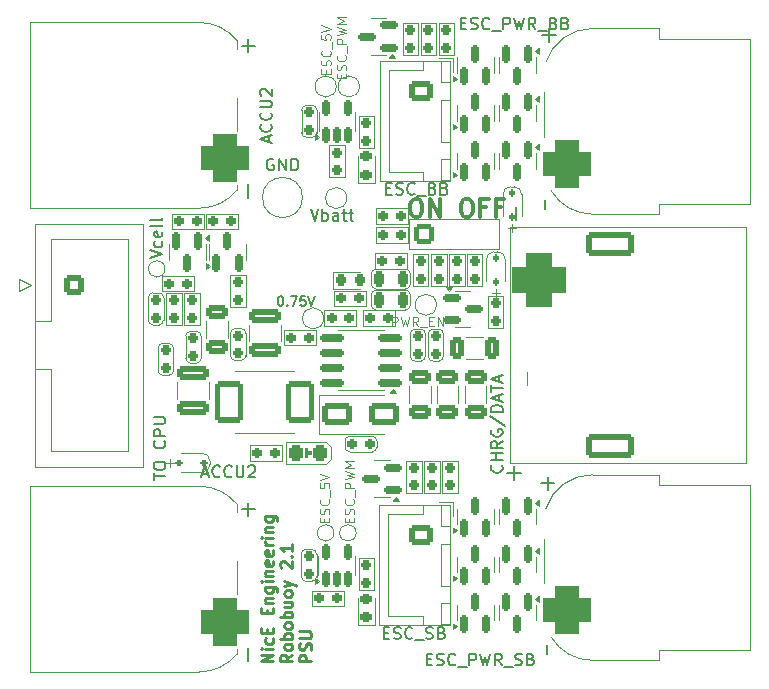
<source format=gbr>
%TF.GenerationSoftware,KiCad,Pcbnew,9.0.2*%
%TF.CreationDate,2025-06-18T19:59:33+02:00*%
%TF.ProjectId,Robobuoy-Sub-PSU-v2_1,526f626f-6275-46f7-992d-5375622d5053,2.0*%
%TF.SameCoordinates,Original*%
%TF.FileFunction,Legend,Top*%
%TF.FilePolarity,Positive*%
%FSLAX46Y46*%
G04 Gerber Fmt 4.6, Leading zero omitted, Abs format (unit mm)*
G04 Created by KiCad (PCBNEW 9.0.2) date 2025-06-18 19:59:33*
%MOMM*%
%LPD*%
G01*
G04 APERTURE LIST*
G04 Aperture macros list*
%AMRoundRect*
0 Rectangle with rounded corners*
0 $1 Rounding radius*
0 $2 $3 $4 $5 $6 $7 $8 $9 X,Y pos of 4 corners*
0 Add a 4 corners polygon primitive as box body*
4,1,4,$2,$3,$4,$5,$6,$7,$8,$9,$2,$3,0*
0 Add four circle primitives for the rounded corners*
1,1,$1+$1,$2,$3*
1,1,$1+$1,$4,$5*
1,1,$1+$1,$6,$7*
1,1,$1+$1,$8,$9*
0 Add four rect primitives between the rounded corners*
20,1,$1+$1,$2,$3,$4,$5,0*
20,1,$1+$1,$4,$5,$6,$7,0*
20,1,$1+$1,$6,$7,$8,$9,0*
20,1,$1+$1,$8,$9,$2,$3,0*%
G04 Aperture macros list end*
%ADD10C,0.300000*%
%ADD11C,0.250000*%
%ADD12C,0.150000*%
%ADD13C,0.200000*%
%ADD14C,0.160000*%
%ADD15C,0.100000*%
%ADD16C,0.120000*%
%ADD17C,0.000000*%
%ADD18R,2.000000X0.900000*%
%ADD19RoundRect,1.025000X1.025000X-1.025000X1.025000X1.025000X-1.025000X1.025000X-1.025000X-1.025000X0*%
%ADD20C,4.100000*%
%ADD21R,1.300000X2.300000*%
%ADD22RoundRect,1.025000X-1.025000X1.025000X-1.025000X-1.025000X1.025000X-1.025000X1.025000X1.025000X0*%
%ADD23RoundRect,0.200000X0.200000X0.250000X-0.200000X0.250000X-0.200000X-0.250000X0.200000X-0.250000X0*%
%ADD24RoundRect,0.200000X-0.250000X0.200000X-0.250000X-0.200000X0.250000X-0.200000X0.250000X0.200000X0*%
%ADD25RoundRect,0.250000X-0.600000X-0.600000X0.600000X-0.600000X0.600000X0.600000X-0.600000X0.600000X0*%
%ADD26C,1.700000*%
%ADD27RoundRect,0.218750X0.256250X-0.218750X0.256250X0.218750X-0.256250X0.218750X-0.256250X-0.218750X0*%
%ADD28RoundRect,0.150000X-0.150000X0.587500X-0.150000X-0.587500X0.150000X-0.587500X0.150000X0.587500X0*%
%ADD29RoundRect,0.200000X0.250000X-0.200000X0.250000X0.200000X-0.250000X0.200000X-0.250000X-0.200000X0*%
%ADD30RoundRect,0.250000X0.650000X-0.325000X0.650000X0.325000X-0.650000X0.325000X-0.650000X-0.325000X0*%
%ADD31RoundRect,0.250000X-1.000000X-0.650000X1.000000X-0.650000X1.000000X0.650000X-1.000000X0.650000X0*%
%ADD32RoundRect,0.150000X0.150000X-0.512500X0.150000X0.512500X-0.150000X0.512500X-0.150000X-0.512500X0*%
%ADD33RoundRect,0.200000X-0.200000X-0.250000X0.200000X-0.250000X0.200000X0.250000X-0.200000X0.250000X0*%
%ADD34RoundRect,0.250000X-0.725000X0.600000X-0.725000X-0.600000X0.725000X-0.600000X0.725000X0.600000X0*%
%ADD35O,1.950000X1.700000*%
%ADD36RoundRect,0.250000X-0.325000X-0.650000X0.325000X-0.650000X0.325000X0.650000X-0.325000X0.650000X0*%
%ADD37RoundRect,0.112500X-0.112500X0.187500X-0.112500X-0.187500X0.112500X-0.187500X0.112500X0.187500X0*%
%ADD38RoundRect,0.150000X0.150000X-0.587500X0.150000X0.587500X-0.150000X0.587500X-0.150000X-0.587500X0*%
%ADD39RoundRect,0.112500X0.187500X0.112500X-0.187500X0.112500X-0.187500X-0.112500X0.187500X-0.112500X0*%
%ADD40C,1.400000*%
%ADD41C,3.000000*%
%ADD42RoundRect,0.250000X-1.750000X0.750000X-1.750000X-0.750000X1.750000X-0.750000X1.750000X0.750000X0*%
%ADD43RoundRect,1.125000X-1.125000X1.125000X-1.125000X-1.125000X1.125000X-1.125000X1.125000X1.125000X0*%
%ADD44C,4.500000*%
%ADD45RoundRect,0.225000X0.225000X0.425000X-0.225000X0.425000X-0.225000X-0.425000X0.225000X-0.425000X0*%
%ADD46RoundRect,0.230769X0.969231X1.519231X-0.969231X1.519231X-0.969231X-1.519231X0.969231X-1.519231X0*%
%ADD47RoundRect,0.250000X-0.650000X0.325000X-0.650000X-0.325000X0.650000X-0.325000X0.650000X0.325000X0*%
%ADD48RoundRect,0.250000X1.100000X-0.325000X1.100000X0.325000X-1.100000X0.325000X-1.100000X-0.325000X0*%
%ADD49RoundRect,0.150000X0.825000X0.150000X-0.825000X0.150000X-0.825000X-0.150000X0.825000X-0.150000X0*%
%ADD50R,2.410000X3.810000*%
%ADD51RoundRect,0.150000X0.587500X0.150000X-0.587500X0.150000X-0.587500X-0.150000X0.587500X-0.150000X0*%
%ADD52RoundRect,0.150000X-0.587500X-0.150000X0.587500X-0.150000X0.587500X0.150000X-0.587500X0.150000X0*%
%ADD53RoundRect,0.206250X-0.618750X-0.618750X0.618750X-0.618750X0.618750X0.618750X-0.618750X0.618750X0*%
%ADD54RoundRect,0.218750X-0.218750X-0.256250X0.218750X-0.256250X0.218750X0.256250X-0.218750X0.256250X0*%
%ADD55C,1.000000*%
%ADD56RoundRect,0.300000X0.300000X0.400000X-0.300000X0.400000X-0.300000X-0.400000X0.300000X-0.400000X0*%
G04 APERTURE END LIST*
D10*
X4675625Y12367172D02*
X4961339Y12367172D01*
X4961339Y12367172D02*
X5104196Y12295743D01*
X5104196Y12295743D02*
X5247053Y12152886D01*
X5247053Y12152886D02*
X5318482Y11867172D01*
X5318482Y11867172D02*
X5318482Y11367172D01*
X5318482Y11367172D02*
X5247053Y11081458D01*
X5247053Y11081458D02*
X5104196Y10938600D01*
X5104196Y10938600D02*
X4961339Y10867172D01*
X4961339Y10867172D02*
X4675625Y10867172D01*
X4675625Y10867172D02*
X4532768Y10938600D01*
X4532768Y10938600D02*
X4389910Y11081458D01*
X4389910Y11081458D02*
X4318482Y11367172D01*
X4318482Y11367172D02*
X4318482Y11867172D01*
X4318482Y11867172D02*
X4389910Y12152886D01*
X4389910Y12152886D02*
X4532768Y12295743D01*
X4532768Y12295743D02*
X4675625Y12367172D01*
X5961339Y10867172D02*
X5961339Y12367172D01*
X5961339Y12367172D02*
X6818482Y10867172D01*
X6818482Y10867172D02*
X6818482Y12367172D01*
X8961340Y12367172D02*
X9247054Y12367172D01*
X9247054Y12367172D02*
X9389911Y12295743D01*
X9389911Y12295743D02*
X9532768Y12152886D01*
X9532768Y12152886D02*
X9604197Y11867172D01*
X9604197Y11867172D02*
X9604197Y11367172D01*
X9604197Y11367172D02*
X9532768Y11081458D01*
X9532768Y11081458D02*
X9389911Y10938600D01*
X9389911Y10938600D02*
X9247054Y10867172D01*
X9247054Y10867172D02*
X8961340Y10867172D01*
X8961340Y10867172D02*
X8818483Y10938600D01*
X8818483Y10938600D02*
X8675625Y11081458D01*
X8675625Y11081458D02*
X8604197Y11367172D01*
X8604197Y11367172D02*
X8604197Y11867172D01*
X8604197Y11867172D02*
X8675625Y12152886D01*
X8675625Y12152886D02*
X8818483Y12295743D01*
X8818483Y12295743D02*
X8961340Y12367172D01*
X10747054Y11652886D02*
X10247054Y11652886D01*
X10247054Y10867172D02*
X10247054Y12367172D01*
X10247054Y12367172D02*
X10961340Y12367172D01*
X12032768Y11652886D02*
X11532768Y11652886D01*
X11532768Y10867172D02*
X11532768Y12367172D01*
X11532768Y12367172D02*
X12247054Y12367172D01*
D11*
X-7292269Y-26775431D02*
X-8292269Y-26775431D01*
X-8292269Y-26775431D02*
X-7292269Y-26204003D01*
X-7292269Y-26204003D02*
X-8292269Y-26204003D01*
X-7292269Y-25727812D02*
X-7958936Y-25727812D01*
X-8292269Y-25727812D02*
X-8244650Y-25775431D01*
X-8244650Y-25775431D02*
X-8197031Y-25727812D01*
X-8197031Y-25727812D02*
X-8244650Y-25680193D01*
X-8244650Y-25680193D02*
X-8292269Y-25727812D01*
X-8292269Y-25727812D02*
X-8197031Y-25727812D01*
X-7339888Y-24823051D02*
X-7292269Y-24918289D01*
X-7292269Y-24918289D02*
X-7292269Y-25108765D01*
X-7292269Y-25108765D02*
X-7339888Y-25204003D01*
X-7339888Y-25204003D02*
X-7387508Y-25251622D01*
X-7387508Y-25251622D02*
X-7482746Y-25299241D01*
X-7482746Y-25299241D02*
X-7768460Y-25299241D01*
X-7768460Y-25299241D02*
X-7863698Y-25251622D01*
X-7863698Y-25251622D02*
X-7911317Y-25204003D01*
X-7911317Y-25204003D02*
X-7958936Y-25108765D01*
X-7958936Y-25108765D02*
X-7958936Y-24918289D01*
X-7958936Y-24918289D02*
X-7911317Y-24823051D01*
X-7816079Y-24394479D02*
X-7816079Y-24061146D01*
X-7292269Y-23918289D02*
X-7292269Y-24394479D01*
X-7292269Y-24394479D02*
X-8292269Y-24394479D01*
X-8292269Y-24394479D02*
X-8292269Y-23918289D01*
X-7816079Y-22727812D02*
X-7816079Y-22394479D01*
X-7292269Y-22251622D02*
X-7292269Y-22727812D01*
X-7292269Y-22727812D02*
X-8292269Y-22727812D01*
X-8292269Y-22727812D02*
X-8292269Y-22251622D01*
X-7958936Y-21823050D02*
X-7292269Y-21823050D01*
X-7863698Y-21823050D02*
X-7911317Y-21775431D01*
X-7911317Y-21775431D02*
X-7958936Y-21680193D01*
X-7958936Y-21680193D02*
X-7958936Y-21537336D01*
X-7958936Y-21537336D02*
X-7911317Y-21442098D01*
X-7911317Y-21442098D02*
X-7816079Y-21394479D01*
X-7816079Y-21394479D02*
X-7292269Y-21394479D01*
X-7958936Y-20489717D02*
X-7149412Y-20489717D01*
X-7149412Y-20489717D02*
X-7054174Y-20537336D01*
X-7054174Y-20537336D02*
X-7006555Y-20584955D01*
X-7006555Y-20584955D02*
X-6958936Y-20680193D01*
X-6958936Y-20680193D02*
X-6958936Y-20823050D01*
X-6958936Y-20823050D02*
X-7006555Y-20918288D01*
X-7339888Y-20489717D02*
X-7292269Y-20584955D01*
X-7292269Y-20584955D02*
X-7292269Y-20775431D01*
X-7292269Y-20775431D02*
X-7339888Y-20870669D01*
X-7339888Y-20870669D02*
X-7387508Y-20918288D01*
X-7387508Y-20918288D02*
X-7482746Y-20965907D01*
X-7482746Y-20965907D02*
X-7768460Y-20965907D01*
X-7768460Y-20965907D02*
X-7863698Y-20918288D01*
X-7863698Y-20918288D02*
X-7911317Y-20870669D01*
X-7911317Y-20870669D02*
X-7958936Y-20775431D01*
X-7958936Y-20775431D02*
X-7958936Y-20584955D01*
X-7958936Y-20584955D02*
X-7911317Y-20489717D01*
X-7292269Y-20013526D02*
X-7958936Y-20013526D01*
X-8292269Y-20013526D02*
X-8244650Y-20061145D01*
X-8244650Y-20061145D02*
X-8197031Y-20013526D01*
X-8197031Y-20013526D02*
X-8244650Y-19965907D01*
X-8244650Y-19965907D02*
X-8292269Y-20013526D01*
X-8292269Y-20013526D02*
X-8197031Y-20013526D01*
X-7958936Y-19537336D02*
X-7292269Y-19537336D01*
X-7863698Y-19537336D02*
X-7911317Y-19489717D01*
X-7911317Y-19489717D02*
X-7958936Y-19394479D01*
X-7958936Y-19394479D02*
X-7958936Y-19251622D01*
X-7958936Y-19251622D02*
X-7911317Y-19156384D01*
X-7911317Y-19156384D02*
X-7816079Y-19108765D01*
X-7816079Y-19108765D02*
X-7292269Y-19108765D01*
X-7339888Y-18251622D02*
X-7292269Y-18346860D01*
X-7292269Y-18346860D02*
X-7292269Y-18537336D01*
X-7292269Y-18537336D02*
X-7339888Y-18632574D01*
X-7339888Y-18632574D02*
X-7435127Y-18680193D01*
X-7435127Y-18680193D02*
X-7816079Y-18680193D01*
X-7816079Y-18680193D02*
X-7911317Y-18632574D01*
X-7911317Y-18632574D02*
X-7958936Y-18537336D01*
X-7958936Y-18537336D02*
X-7958936Y-18346860D01*
X-7958936Y-18346860D02*
X-7911317Y-18251622D01*
X-7911317Y-18251622D02*
X-7816079Y-18204003D01*
X-7816079Y-18204003D02*
X-7720841Y-18204003D01*
X-7720841Y-18204003D02*
X-7625603Y-18680193D01*
X-7339888Y-17394479D02*
X-7292269Y-17489717D01*
X-7292269Y-17489717D02*
X-7292269Y-17680193D01*
X-7292269Y-17680193D02*
X-7339888Y-17775431D01*
X-7339888Y-17775431D02*
X-7435127Y-17823050D01*
X-7435127Y-17823050D02*
X-7816079Y-17823050D01*
X-7816079Y-17823050D02*
X-7911317Y-17775431D01*
X-7911317Y-17775431D02*
X-7958936Y-17680193D01*
X-7958936Y-17680193D02*
X-7958936Y-17489717D01*
X-7958936Y-17489717D02*
X-7911317Y-17394479D01*
X-7911317Y-17394479D02*
X-7816079Y-17346860D01*
X-7816079Y-17346860D02*
X-7720841Y-17346860D01*
X-7720841Y-17346860D02*
X-7625603Y-17823050D01*
X-7292269Y-16918288D02*
X-7958936Y-16918288D01*
X-7768460Y-16918288D02*
X-7863698Y-16870669D01*
X-7863698Y-16870669D02*
X-7911317Y-16823050D01*
X-7911317Y-16823050D02*
X-7958936Y-16727812D01*
X-7958936Y-16727812D02*
X-7958936Y-16632574D01*
X-7292269Y-16299240D02*
X-7958936Y-16299240D01*
X-8292269Y-16299240D02*
X-8244650Y-16346859D01*
X-8244650Y-16346859D02*
X-8197031Y-16299240D01*
X-8197031Y-16299240D02*
X-8244650Y-16251621D01*
X-8244650Y-16251621D02*
X-8292269Y-16299240D01*
X-8292269Y-16299240D02*
X-8197031Y-16299240D01*
X-7958936Y-15823050D02*
X-7292269Y-15823050D01*
X-7863698Y-15823050D02*
X-7911317Y-15775431D01*
X-7911317Y-15775431D02*
X-7958936Y-15680193D01*
X-7958936Y-15680193D02*
X-7958936Y-15537336D01*
X-7958936Y-15537336D02*
X-7911317Y-15442098D01*
X-7911317Y-15442098D02*
X-7816079Y-15394479D01*
X-7816079Y-15394479D02*
X-7292269Y-15394479D01*
X-7958936Y-14489717D02*
X-7149412Y-14489717D01*
X-7149412Y-14489717D02*
X-7054174Y-14537336D01*
X-7054174Y-14537336D02*
X-7006555Y-14584955D01*
X-7006555Y-14584955D02*
X-6958936Y-14680193D01*
X-6958936Y-14680193D02*
X-6958936Y-14823050D01*
X-6958936Y-14823050D02*
X-7006555Y-14918288D01*
X-7339888Y-14489717D02*
X-7292269Y-14584955D01*
X-7292269Y-14584955D02*
X-7292269Y-14775431D01*
X-7292269Y-14775431D02*
X-7339888Y-14870669D01*
X-7339888Y-14870669D02*
X-7387508Y-14918288D01*
X-7387508Y-14918288D02*
X-7482746Y-14965907D01*
X-7482746Y-14965907D02*
X-7768460Y-14965907D01*
X-7768460Y-14965907D02*
X-7863698Y-14918288D01*
X-7863698Y-14918288D02*
X-7911317Y-14870669D01*
X-7911317Y-14870669D02*
X-7958936Y-14775431D01*
X-7958936Y-14775431D02*
X-7958936Y-14584955D01*
X-7958936Y-14584955D02*
X-7911317Y-14489717D01*
X-5682325Y-26204003D02*
X-6158516Y-26537336D01*
X-5682325Y-26775431D02*
X-6682325Y-26775431D01*
X-6682325Y-26775431D02*
X-6682325Y-26394479D01*
X-6682325Y-26394479D02*
X-6634706Y-26299241D01*
X-6634706Y-26299241D02*
X-6587087Y-26251622D01*
X-6587087Y-26251622D02*
X-6491849Y-26204003D01*
X-6491849Y-26204003D02*
X-6348992Y-26204003D01*
X-6348992Y-26204003D02*
X-6253754Y-26251622D01*
X-6253754Y-26251622D02*
X-6206135Y-26299241D01*
X-6206135Y-26299241D02*
X-6158516Y-26394479D01*
X-6158516Y-26394479D02*
X-6158516Y-26775431D01*
X-5682325Y-25632574D02*
X-5729944Y-25727812D01*
X-5729944Y-25727812D02*
X-5777564Y-25775431D01*
X-5777564Y-25775431D02*
X-5872802Y-25823050D01*
X-5872802Y-25823050D02*
X-6158516Y-25823050D01*
X-6158516Y-25823050D02*
X-6253754Y-25775431D01*
X-6253754Y-25775431D02*
X-6301373Y-25727812D01*
X-6301373Y-25727812D02*
X-6348992Y-25632574D01*
X-6348992Y-25632574D02*
X-6348992Y-25489717D01*
X-6348992Y-25489717D02*
X-6301373Y-25394479D01*
X-6301373Y-25394479D02*
X-6253754Y-25346860D01*
X-6253754Y-25346860D02*
X-6158516Y-25299241D01*
X-6158516Y-25299241D02*
X-5872802Y-25299241D01*
X-5872802Y-25299241D02*
X-5777564Y-25346860D01*
X-5777564Y-25346860D02*
X-5729944Y-25394479D01*
X-5729944Y-25394479D02*
X-5682325Y-25489717D01*
X-5682325Y-25489717D02*
X-5682325Y-25632574D01*
X-5682325Y-24870669D02*
X-6682325Y-24870669D01*
X-6301373Y-24870669D02*
X-6348992Y-24775431D01*
X-6348992Y-24775431D02*
X-6348992Y-24584955D01*
X-6348992Y-24584955D02*
X-6301373Y-24489717D01*
X-6301373Y-24489717D02*
X-6253754Y-24442098D01*
X-6253754Y-24442098D02*
X-6158516Y-24394479D01*
X-6158516Y-24394479D02*
X-5872802Y-24394479D01*
X-5872802Y-24394479D02*
X-5777564Y-24442098D01*
X-5777564Y-24442098D02*
X-5729944Y-24489717D01*
X-5729944Y-24489717D02*
X-5682325Y-24584955D01*
X-5682325Y-24584955D02*
X-5682325Y-24775431D01*
X-5682325Y-24775431D02*
X-5729944Y-24870669D01*
X-5682325Y-23823050D02*
X-5729944Y-23918288D01*
X-5729944Y-23918288D02*
X-5777564Y-23965907D01*
X-5777564Y-23965907D02*
X-5872802Y-24013526D01*
X-5872802Y-24013526D02*
X-6158516Y-24013526D01*
X-6158516Y-24013526D02*
X-6253754Y-23965907D01*
X-6253754Y-23965907D02*
X-6301373Y-23918288D01*
X-6301373Y-23918288D02*
X-6348992Y-23823050D01*
X-6348992Y-23823050D02*
X-6348992Y-23680193D01*
X-6348992Y-23680193D02*
X-6301373Y-23584955D01*
X-6301373Y-23584955D02*
X-6253754Y-23537336D01*
X-6253754Y-23537336D02*
X-6158516Y-23489717D01*
X-6158516Y-23489717D02*
X-5872802Y-23489717D01*
X-5872802Y-23489717D02*
X-5777564Y-23537336D01*
X-5777564Y-23537336D02*
X-5729944Y-23584955D01*
X-5729944Y-23584955D02*
X-5682325Y-23680193D01*
X-5682325Y-23680193D02*
X-5682325Y-23823050D01*
X-5682325Y-23061145D02*
X-6682325Y-23061145D01*
X-6301373Y-23061145D02*
X-6348992Y-22965907D01*
X-6348992Y-22965907D02*
X-6348992Y-22775431D01*
X-6348992Y-22775431D02*
X-6301373Y-22680193D01*
X-6301373Y-22680193D02*
X-6253754Y-22632574D01*
X-6253754Y-22632574D02*
X-6158516Y-22584955D01*
X-6158516Y-22584955D02*
X-5872802Y-22584955D01*
X-5872802Y-22584955D02*
X-5777564Y-22632574D01*
X-5777564Y-22632574D02*
X-5729944Y-22680193D01*
X-5729944Y-22680193D02*
X-5682325Y-22775431D01*
X-5682325Y-22775431D02*
X-5682325Y-22965907D01*
X-5682325Y-22965907D02*
X-5729944Y-23061145D01*
X-6348992Y-21727812D02*
X-5682325Y-21727812D01*
X-6348992Y-22156383D02*
X-5825183Y-22156383D01*
X-5825183Y-22156383D02*
X-5729944Y-22108764D01*
X-5729944Y-22108764D02*
X-5682325Y-22013526D01*
X-5682325Y-22013526D02*
X-5682325Y-21870669D01*
X-5682325Y-21870669D02*
X-5729944Y-21775431D01*
X-5729944Y-21775431D02*
X-5777564Y-21727812D01*
X-5682325Y-21108764D02*
X-5729944Y-21204002D01*
X-5729944Y-21204002D02*
X-5777564Y-21251621D01*
X-5777564Y-21251621D02*
X-5872802Y-21299240D01*
X-5872802Y-21299240D02*
X-6158516Y-21299240D01*
X-6158516Y-21299240D02*
X-6253754Y-21251621D01*
X-6253754Y-21251621D02*
X-6301373Y-21204002D01*
X-6301373Y-21204002D02*
X-6348992Y-21108764D01*
X-6348992Y-21108764D02*
X-6348992Y-20965907D01*
X-6348992Y-20965907D02*
X-6301373Y-20870669D01*
X-6301373Y-20870669D02*
X-6253754Y-20823050D01*
X-6253754Y-20823050D02*
X-6158516Y-20775431D01*
X-6158516Y-20775431D02*
X-5872802Y-20775431D01*
X-5872802Y-20775431D02*
X-5777564Y-20823050D01*
X-5777564Y-20823050D02*
X-5729944Y-20870669D01*
X-5729944Y-20870669D02*
X-5682325Y-20965907D01*
X-5682325Y-20965907D02*
X-5682325Y-21108764D01*
X-6348992Y-20442097D02*
X-5682325Y-20204002D01*
X-6348992Y-19965907D02*
X-5682325Y-20204002D01*
X-5682325Y-20204002D02*
X-5444230Y-20299240D01*
X-5444230Y-20299240D02*
X-5396611Y-20346859D01*
X-5396611Y-20346859D02*
X-5348992Y-20442097D01*
X-6587087Y-18870668D02*
X-6634706Y-18823049D01*
X-6634706Y-18823049D02*
X-6682325Y-18727811D01*
X-6682325Y-18727811D02*
X-6682325Y-18489716D01*
X-6682325Y-18489716D02*
X-6634706Y-18394478D01*
X-6634706Y-18394478D02*
X-6587087Y-18346859D01*
X-6587087Y-18346859D02*
X-6491849Y-18299240D01*
X-6491849Y-18299240D02*
X-6396611Y-18299240D01*
X-6396611Y-18299240D02*
X-6253754Y-18346859D01*
X-6253754Y-18346859D02*
X-5682325Y-18918287D01*
X-5682325Y-18918287D02*
X-5682325Y-18299240D01*
X-5777564Y-17870668D02*
X-5729944Y-17823049D01*
X-5729944Y-17823049D02*
X-5682325Y-17870668D01*
X-5682325Y-17870668D02*
X-5729944Y-17918287D01*
X-5729944Y-17918287D02*
X-5777564Y-17870668D01*
X-5777564Y-17870668D02*
X-5682325Y-17870668D01*
X-5682325Y-16870669D02*
X-5682325Y-17442097D01*
X-5682325Y-17156383D02*
X-6682325Y-17156383D01*
X-6682325Y-17156383D02*
X-6539468Y-17251621D01*
X-6539468Y-17251621D02*
X-6444230Y-17346859D01*
X-6444230Y-17346859D02*
X-6396611Y-17442097D01*
X-4072381Y-26775431D02*
X-5072381Y-26775431D01*
X-5072381Y-26775431D02*
X-5072381Y-26394479D01*
X-5072381Y-26394479D02*
X-5024762Y-26299241D01*
X-5024762Y-26299241D02*
X-4977143Y-26251622D01*
X-4977143Y-26251622D02*
X-4881905Y-26204003D01*
X-4881905Y-26204003D02*
X-4739048Y-26204003D01*
X-4739048Y-26204003D02*
X-4643810Y-26251622D01*
X-4643810Y-26251622D02*
X-4596191Y-26299241D01*
X-4596191Y-26299241D02*
X-4548572Y-26394479D01*
X-4548572Y-26394479D02*
X-4548572Y-26775431D01*
X-4120000Y-25823050D02*
X-4072381Y-25680193D01*
X-4072381Y-25680193D02*
X-4072381Y-25442098D01*
X-4072381Y-25442098D02*
X-4120000Y-25346860D01*
X-4120000Y-25346860D02*
X-4167620Y-25299241D01*
X-4167620Y-25299241D02*
X-4262858Y-25251622D01*
X-4262858Y-25251622D02*
X-4358096Y-25251622D01*
X-4358096Y-25251622D02*
X-4453334Y-25299241D01*
X-4453334Y-25299241D02*
X-4500953Y-25346860D01*
X-4500953Y-25346860D02*
X-4548572Y-25442098D01*
X-4548572Y-25442098D02*
X-4596191Y-25632574D01*
X-4596191Y-25632574D02*
X-4643810Y-25727812D01*
X-4643810Y-25727812D02*
X-4691429Y-25775431D01*
X-4691429Y-25775431D02*
X-4786667Y-25823050D01*
X-4786667Y-25823050D02*
X-4881905Y-25823050D01*
X-4881905Y-25823050D02*
X-4977143Y-25775431D01*
X-4977143Y-25775431D02*
X-5024762Y-25727812D01*
X-5024762Y-25727812D02*
X-5072381Y-25632574D01*
X-5072381Y-25632574D02*
X-5072381Y-25394479D01*
X-5072381Y-25394479D02*
X-5024762Y-25251622D01*
X-5072381Y-24823050D02*
X-4262858Y-24823050D01*
X-4262858Y-24823050D02*
X-4167620Y-24775431D01*
X-4167620Y-24775431D02*
X-4120000Y-24727812D01*
X-4120000Y-24727812D02*
X-4072381Y-24632574D01*
X-4072381Y-24632574D02*
X-4072381Y-24442098D01*
X-4072381Y-24442098D02*
X-4120000Y-24346860D01*
X-4120000Y-24346860D02*
X-4167620Y-24299241D01*
X-4167620Y-24299241D02*
X-4262858Y-24251622D01*
X-4262858Y-24251622D02*
X-5072381Y-24251622D01*
D12*
X13094100Y-11417228D02*
X13094100Y-10274371D01*
X13665528Y-10845799D02*
X12522671Y-10845799D01*
D13*
X-13287095Y-10910704D02*
X-12810905Y-10910704D01*
X-13382333Y-11196419D02*
X-13049000Y-10196419D01*
X-13049000Y-10196419D02*
X-12715667Y-11196419D01*
X-11810905Y-11101180D02*
X-11858524Y-11148800D01*
X-11858524Y-11148800D02*
X-12001381Y-11196419D01*
X-12001381Y-11196419D02*
X-12096619Y-11196419D01*
X-12096619Y-11196419D02*
X-12239476Y-11148800D01*
X-12239476Y-11148800D02*
X-12334714Y-11053561D01*
X-12334714Y-11053561D02*
X-12382333Y-10958323D01*
X-12382333Y-10958323D02*
X-12429952Y-10767847D01*
X-12429952Y-10767847D02*
X-12429952Y-10624990D01*
X-12429952Y-10624990D02*
X-12382333Y-10434514D01*
X-12382333Y-10434514D02*
X-12334714Y-10339276D01*
X-12334714Y-10339276D02*
X-12239476Y-10244038D01*
X-12239476Y-10244038D02*
X-12096619Y-10196419D01*
X-12096619Y-10196419D02*
X-12001381Y-10196419D01*
X-12001381Y-10196419D02*
X-11858524Y-10244038D01*
X-11858524Y-10244038D02*
X-11810905Y-10291657D01*
X-10810905Y-11101180D02*
X-10858524Y-11148800D01*
X-10858524Y-11148800D02*
X-11001381Y-11196419D01*
X-11001381Y-11196419D02*
X-11096619Y-11196419D01*
X-11096619Y-11196419D02*
X-11239476Y-11148800D01*
X-11239476Y-11148800D02*
X-11334714Y-11053561D01*
X-11334714Y-11053561D02*
X-11382333Y-10958323D01*
X-11382333Y-10958323D02*
X-11429952Y-10767847D01*
X-11429952Y-10767847D02*
X-11429952Y-10624990D01*
X-11429952Y-10624990D02*
X-11382333Y-10434514D01*
X-11382333Y-10434514D02*
X-11334714Y-10339276D01*
X-11334714Y-10339276D02*
X-11239476Y-10244038D01*
X-11239476Y-10244038D02*
X-11096619Y-10196419D01*
X-11096619Y-10196419D02*
X-11001381Y-10196419D01*
X-11001381Y-10196419D02*
X-10858524Y-10244038D01*
X-10858524Y-10244038D02*
X-10810905Y-10291657D01*
X-10382333Y-10196419D02*
X-10382333Y-11005942D01*
X-10382333Y-11005942D02*
X-10334714Y-11101180D01*
X-10334714Y-11101180D02*
X-10287095Y-11148800D01*
X-10287095Y-11148800D02*
X-10191857Y-11196419D01*
X-10191857Y-11196419D02*
X-10001381Y-11196419D01*
X-10001381Y-11196419D02*
X-9906143Y-11148800D01*
X-9906143Y-11148800D02*
X-9858524Y-11101180D01*
X-9858524Y-11101180D02*
X-9810905Y-11005942D01*
X-9810905Y-11005942D02*
X-9810905Y-10196419D01*
X-9382333Y-10291657D02*
X-9334714Y-10244038D01*
X-9334714Y-10244038D02*
X-9239476Y-10196419D01*
X-9239476Y-10196419D02*
X-9001381Y-10196419D01*
X-9001381Y-10196419D02*
X-8906143Y-10244038D01*
X-8906143Y-10244038D02*
X-8858524Y-10291657D01*
X-8858524Y-10291657D02*
X-8810905Y-10386895D01*
X-8810905Y-10386895D02*
X-8810905Y-10482133D01*
X-8810905Y-10482133D02*
X-8858524Y-10624990D01*
X-8858524Y-10624990D02*
X-9429952Y-11196419D01*
X-9429952Y-11196419D02*
X-8810905Y-11196419D01*
D12*
X-9386800Y-14483428D02*
X-9386800Y-13340571D01*
X-8815372Y-13911999D02*
X-9958229Y-13911999D01*
X-9386800Y-26783428D02*
X-9386800Y-25640571D01*
D13*
X-7682096Y17211906D02*
X-7682096Y17688096D01*
X-7396381Y17116668D02*
X-8396381Y17450001D01*
X-8396381Y17450001D02*
X-7396381Y17783334D01*
X-7491620Y18688096D02*
X-7444000Y18640477D01*
X-7444000Y18640477D02*
X-7396381Y18497620D01*
X-7396381Y18497620D02*
X-7396381Y18402382D01*
X-7396381Y18402382D02*
X-7444000Y18259525D01*
X-7444000Y18259525D02*
X-7539239Y18164287D01*
X-7539239Y18164287D02*
X-7634477Y18116668D01*
X-7634477Y18116668D02*
X-7824953Y18069049D01*
X-7824953Y18069049D02*
X-7967810Y18069049D01*
X-7967810Y18069049D02*
X-8158286Y18116668D01*
X-8158286Y18116668D02*
X-8253524Y18164287D01*
X-8253524Y18164287D02*
X-8348762Y18259525D01*
X-8348762Y18259525D02*
X-8396381Y18402382D01*
X-8396381Y18402382D02*
X-8396381Y18497620D01*
X-8396381Y18497620D02*
X-8348762Y18640477D01*
X-8348762Y18640477D02*
X-8301143Y18688096D01*
X-7491620Y19688096D02*
X-7444000Y19640477D01*
X-7444000Y19640477D02*
X-7396381Y19497620D01*
X-7396381Y19497620D02*
X-7396381Y19402382D01*
X-7396381Y19402382D02*
X-7444000Y19259525D01*
X-7444000Y19259525D02*
X-7539239Y19164287D01*
X-7539239Y19164287D02*
X-7634477Y19116668D01*
X-7634477Y19116668D02*
X-7824953Y19069049D01*
X-7824953Y19069049D02*
X-7967810Y19069049D01*
X-7967810Y19069049D02*
X-8158286Y19116668D01*
X-8158286Y19116668D02*
X-8253524Y19164287D01*
X-8253524Y19164287D02*
X-8348762Y19259525D01*
X-8348762Y19259525D02*
X-8396381Y19402382D01*
X-8396381Y19402382D02*
X-8396381Y19497620D01*
X-8396381Y19497620D02*
X-8348762Y19640477D01*
X-8348762Y19640477D02*
X-8301143Y19688096D01*
X-8396381Y20116668D02*
X-7586858Y20116668D01*
X-7586858Y20116668D02*
X-7491620Y20164287D01*
X-7491620Y20164287D02*
X-7444000Y20211906D01*
X-7444000Y20211906D02*
X-7396381Y20307144D01*
X-7396381Y20307144D02*
X-7396381Y20497620D01*
X-7396381Y20497620D02*
X-7444000Y20592858D01*
X-7444000Y20592858D02*
X-7491620Y20640477D01*
X-7491620Y20640477D02*
X-7586858Y20688096D01*
X-7586858Y20688096D02*
X-8396381Y20688096D01*
X-8301143Y21116668D02*
X-8348762Y21164287D01*
X-8348762Y21164287D02*
X-8396381Y21259525D01*
X-8396381Y21259525D02*
X-8396381Y21497620D01*
X-8396381Y21497620D02*
X-8348762Y21592858D01*
X-8348762Y21592858D02*
X-8301143Y21640477D01*
X-8301143Y21640477D02*
X-8205905Y21688096D01*
X-8205905Y21688096D02*
X-8110667Y21688096D01*
X-8110667Y21688096D02*
X-7967810Y21640477D01*
X-7967810Y21640477D02*
X-7396381Y21069049D01*
X-7396381Y21069049D02*
X-7396381Y21688096D01*
D12*
X-9386800Y24778572D02*
X-9386800Y25921429D01*
X-8815372Y25350001D02*
X-9958229Y25350001D01*
X-9386800Y12478572D02*
X-9386800Y13621429D01*
D14*
X5710800Y-26600489D02*
X6044133Y-26600489D01*
X6186990Y-27124299D02*
X5710800Y-27124299D01*
X5710800Y-27124299D02*
X5710800Y-26124299D01*
X5710800Y-26124299D02*
X6186990Y-26124299D01*
X6567943Y-27076680D02*
X6710800Y-27124299D01*
X6710800Y-27124299D02*
X6948895Y-27124299D01*
X6948895Y-27124299D02*
X7044133Y-27076680D01*
X7044133Y-27076680D02*
X7091752Y-27029060D01*
X7091752Y-27029060D02*
X7139371Y-26933822D01*
X7139371Y-26933822D02*
X7139371Y-26838584D01*
X7139371Y-26838584D02*
X7091752Y-26743346D01*
X7091752Y-26743346D02*
X7044133Y-26695727D01*
X7044133Y-26695727D02*
X6948895Y-26648108D01*
X6948895Y-26648108D02*
X6758419Y-26600489D01*
X6758419Y-26600489D02*
X6663181Y-26552870D01*
X6663181Y-26552870D02*
X6615562Y-26505251D01*
X6615562Y-26505251D02*
X6567943Y-26410013D01*
X6567943Y-26410013D02*
X6567943Y-26314775D01*
X6567943Y-26314775D02*
X6615562Y-26219537D01*
X6615562Y-26219537D02*
X6663181Y-26171918D01*
X6663181Y-26171918D02*
X6758419Y-26124299D01*
X6758419Y-26124299D02*
X6996514Y-26124299D01*
X6996514Y-26124299D02*
X7139371Y-26171918D01*
X8139371Y-27029060D02*
X8091752Y-27076680D01*
X8091752Y-27076680D02*
X7948895Y-27124299D01*
X7948895Y-27124299D02*
X7853657Y-27124299D01*
X7853657Y-27124299D02*
X7710800Y-27076680D01*
X7710800Y-27076680D02*
X7615562Y-26981441D01*
X7615562Y-26981441D02*
X7567943Y-26886203D01*
X7567943Y-26886203D02*
X7520324Y-26695727D01*
X7520324Y-26695727D02*
X7520324Y-26552870D01*
X7520324Y-26552870D02*
X7567943Y-26362394D01*
X7567943Y-26362394D02*
X7615562Y-26267156D01*
X7615562Y-26267156D02*
X7710800Y-26171918D01*
X7710800Y-26171918D02*
X7853657Y-26124299D01*
X7853657Y-26124299D02*
X7948895Y-26124299D01*
X7948895Y-26124299D02*
X8091752Y-26171918D01*
X8091752Y-26171918D02*
X8139371Y-26219537D01*
X8329848Y-27219537D02*
X9091752Y-27219537D01*
X9329848Y-27124299D02*
X9329848Y-26124299D01*
X9329848Y-26124299D02*
X9710800Y-26124299D01*
X9710800Y-26124299D02*
X9806038Y-26171918D01*
X9806038Y-26171918D02*
X9853657Y-26219537D01*
X9853657Y-26219537D02*
X9901276Y-26314775D01*
X9901276Y-26314775D02*
X9901276Y-26457632D01*
X9901276Y-26457632D02*
X9853657Y-26552870D01*
X9853657Y-26552870D02*
X9806038Y-26600489D01*
X9806038Y-26600489D02*
X9710800Y-26648108D01*
X9710800Y-26648108D02*
X9329848Y-26648108D01*
X10234610Y-26124299D02*
X10472705Y-27124299D01*
X10472705Y-27124299D02*
X10663181Y-26410013D01*
X10663181Y-26410013D02*
X10853657Y-27124299D01*
X10853657Y-27124299D02*
X11091753Y-26124299D01*
X12044133Y-27124299D02*
X11710800Y-26648108D01*
X11472705Y-27124299D02*
X11472705Y-26124299D01*
X11472705Y-26124299D02*
X11853657Y-26124299D01*
X11853657Y-26124299D02*
X11948895Y-26171918D01*
X11948895Y-26171918D02*
X11996514Y-26219537D01*
X11996514Y-26219537D02*
X12044133Y-26314775D01*
X12044133Y-26314775D02*
X12044133Y-26457632D01*
X12044133Y-26457632D02*
X11996514Y-26552870D01*
X11996514Y-26552870D02*
X11948895Y-26600489D01*
X11948895Y-26600489D02*
X11853657Y-26648108D01*
X11853657Y-26648108D02*
X11472705Y-26648108D01*
X12234610Y-27219537D02*
X12996514Y-27219537D01*
X13186991Y-27076680D02*
X13329848Y-27124299D01*
X13329848Y-27124299D02*
X13567943Y-27124299D01*
X13567943Y-27124299D02*
X13663181Y-27076680D01*
X13663181Y-27076680D02*
X13710800Y-27029060D01*
X13710800Y-27029060D02*
X13758419Y-26933822D01*
X13758419Y-26933822D02*
X13758419Y-26838584D01*
X13758419Y-26838584D02*
X13710800Y-26743346D01*
X13710800Y-26743346D02*
X13663181Y-26695727D01*
X13663181Y-26695727D02*
X13567943Y-26648108D01*
X13567943Y-26648108D02*
X13377467Y-26600489D01*
X13377467Y-26600489D02*
X13282229Y-26552870D01*
X13282229Y-26552870D02*
X13234610Y-26505251D01*
X13234610Y-26505251D02*
X13186991Y-26410013D01*
X13186991Y-26410013D02*
X13186991Y-26314775D01*
X13186991Y-26314775D02*
X13234610Y-26219537D01*
X13234610Y-26219537D02*
X13282229Y-26171918D01*
X13282229Y-26171918D02*
X13377467Y-26124299D01*
X13377467Y-26124299D02*
X13615562Y-26124299D01*
X13615562Y-26124299D02*
X13758419Y-26171918D01*
X14520324Y-26600489D02*
X14663181Y-26648108D01*
X14663181Y-26648108D02*
X14710800Y-26695727D01*
X14710800Y-26695727D02*
X14758419Y-26790965D01*
X14758419Y-26790965D02*
X14758419Y-26933822D01*
X14758419Y-26933822D02*
X14710800Y-27029060D01*
X14710800Y-27029060D02*
X14663181Y-27076680D01*
X14663181Y-27076680D02*
X14567943Y-27124299D01*
X14567943Y-27124299D02*
X14186991Y-27124299D01*
X14186991Y-27124299D02*
X14186991Y-26124299D01*
X14186991Y-26124299D02*
X14520324Y-26124299D01*
X14520324Y-26124299D02*
X14615562Y-26171918D01*
X14615562Y-26171918D02*
X14663181Y-26219537D01*
X14663181Y-26219537D02*
X14710800Y-26314775D01*
X14710800Y-26314775D02*
X14710800Y-26410013D01*
X14710800Y-26410013D02*
X14663181Y-26505251D01*
X14663181Y-26505251D02*
X14615562Y-26552870D01*
X14615562Y-26552870D02*
X14520324Y-26600489D01*
X14520324Y-26600489D02*
X14186991Y-26600489D01*
D12*
X15923466Y-26136551D02*
X15923466Y-25374647D01*
X15938900Y-12280828D02*
X15938900Y-11137971D01*
X16510328Y-11709399D02*
X15367471Y-11709399D01*
D13*
X-17413381Y-11401085D02*
X-17413381Y-10829657D01*
X-16413381Y-11115371D02*
X-17413381Y-11115371D01*
X-17413381Y-10305847D02*
X-17413381Y-10115371D01*
X-17413381Y-10115371D02*
X-17365762Y-10020133D01*
X-17365762Y-10020133D02*
X-17270524Y-9924895D01*
X-17270524Y-9924895D02*
X-17080048Y-9877276D01*
X-17080048Y-9877276D02*
X-16746715Y-9877276D01*
X-16746715Y-9877276D02*
X-16556239Y-9924895D01*
X-16556239Y-9924895D02*
X-16461000Y-10020133D01*
X-16461000Y-10020133D02*
X-16413381Y-10115371D01*
X-16413381Y-10115371D02*
X-16413381Y-10305847D01*
X-16413381Y-10305847D02*
X-16461000Y-10401085D01*
X-16461000Y-10401085D02*
X-16556239Y-10496323D01*
X-16556239Y-10496323D02*
X-16746715Y-10543942D01*
X-16746715Y-10543942D02*
X-17080048Y-10543942D01*
X-17080048Y-10543942D02*
X-17270524Y-10496323D01*
X-17270524Y-10496323D02*
X-17365762Y-10401085D01*
X-17365762Y-10401085D02*
X-17413381Y-10305847D01*
X-16508620Y-8115371D02*
X-16461000Y-8162990D01*
X-16461000Y-8162990D02*
X-16413381Y-8305847D01*
X-16413381Y-8305847D02*
X-16413381Y-8401085D01*
X-16413381Y-8401085D02*
X-16461000Y-8543942D01*
X-16461000Y-8543942D02*
X-16556239Y-8639180D01*
X-16556239Y-8639180D02*
X-16651477Y-8686799D01*
X-16651477Y-8686799D02*
X-16841953Y-8734418D01*
X-16841953Y-8734418D02*
X-16984810Y-8734418D01*
X-16984810Y-8734418D02*
X-17175286Y-8686799D01*
X-17175286Y-8686799D02*
X-17270524Y-8639180D01*
X-17270524Y-8639180D02*
X-17365762Y-8543942D01*
X-17365762Y-8543942D02*
X-17413381Y-8401085D01*
X-17413381Y-8401085D02*
X-17413381Y-8305847D01*
X-17413381Y-8305847D02*
X-17365762Y-8162990D01*
X-17365762Y-8162990D02*
X-17318143Y-8115371D01*
X-16413381Y-7686799D02*
X-17413381Y-7686799D01*
X-17413381Y-7686799D02*
X-17413381Y-7305847D01*
X-17413381Y-7305847D02*
X-17365762Y-7210609D01*
X-17365762Y-7210609D02*
X-17318143Y-7162990D01*
X-17318143Y-7162990D02*
X-17222905Y-7115371D01*
X-17222905Y-7115371D02*
X-17080048Y-7115371D01*
X-17080048Y-7115371D02*
X-16984810Y-7162990D01*
X-16984810Y-7162990D02*
X-16937191Y-7210609D01*
X-16937191Y-7210609D02*
X-16889572Y-7305847D01*
X-16889572Y-7305847D02*
X-16889572Y-7686799D01*
X-17413381Y-6686799D02*
X-16603858Y-6686799D01*
X-16603858Y-6686799D02*
X-16508620Y-6639180D01*
X-16508620Y-6639180D02*
X-16461000Y-6591561D01*
X-16461000Y-6591561D02*
X-16413381Y-6496323D01*
X-16413381Y-6496323D02*
X-16413381Y-6305847D01*
X-16413381Y-6305847D02*
X-16461000Y-6210609D01*
X-16461000Y-6210609D02*
X-16508620Y-6162990D01*
X-16508620Y-6162990D02*
X-16603858Y-6115371D01*
X-16603858Y-6115371D02*
X-17413381Y-6115371D01*
X2254571Y13254191D02*
X2587904Y13254191D01*
X2730761Y12730381D02*
X2254571Y12730381D01*
X2254571Y12730381D02*
X2254571Y13730381D01*
X2254571Y13730381D02*
X2730761Y13730381D01*
X3111714Y12778000D02*
X3254571Y12730381D01*
X3254571Y12730381D02*
X3492666Y12730381D01*
X3492666Y12730381D02*
X3587904Y12778000D01*
X3587904Y12778000D02*
X3635523Y12825620D01*
X3635523Y12825620D02*
X3683142Y12920858D01*
X3683142Y12920858D02*
X3683142Y13016096D01*
X3683142Y13016096D02*
X3635523Y13111334D01*
X3635523Y13111334D02*
X3587904Y13158953D01*
X3587904Y13158953D02*
X3492666Y13206572D01*
X3492666Y13206572D02*
X3302190Y13254191D01*
X3302190Y13254191D02*
X3206952Y13301810D01*
X3206952Y13301810D02*
X3159333Y13349429D01*
X3159333Y13349429D02*
X3111714Y13444667D01*
X3111714Y13444667D02*
X3111714Y13539905D01*
X3111714Y13539905D02*
X3159333Y13635143D01*
X3159333Y13635143D02*
X3206952Y13682762D01*
X3206952Y13682762D02*
X3302190Y13730381D01*
X3302190Y13730381D02*
X3540285Y13730381D01*
X3540285Y13730381D02*
X3683142Y13682762D01*
X4683142Y12825620D02*
X4635523Y12778000D01*
X4635523Y12778000D02*
X4492666Y12730381D01*
X4492666Y12730381D02*
X4397428Y12730381D01*
X4397428Y12730381D02*
X4254571Y12778000D01*
X4254571Y12778000D02*
X4159333Y12873239D01*
X4159333Y12873239D02*
X4111714Y12968477D01*
X4111714Y12968477D02*
X4064095Y13158953D01*
X4064095Y13158953D02*
X4064095Y13301810D01*
X4064095Y13301810D02*
X4111714Y13492286D01*
X4111714Y13492286D02*
X4159333Y13587524D01*
X4159333Y13587524D02*
X4254571Y13682762D01*
X4254571Y13682762D02*
X4397428Y13730381D01*
X4397428Y13730381D02*
X4492666Y13730381D01*
X4492666Y13730381D02*
X4635523Y13682762D01*
X4635523Y13682762D02*
X4683142Y13635143D01*
X4873619Y12635143D02*
X5635523Y12635143D01*
X6206952Y13254191D02*
X6349809Y13206572D01*
X6349809Y13206572D02*
X6397428Y13158953D01*
X6397428Y13158953D02*
X6445047Y13063715D01*
X6445047Y13063715D02*
X6445047Y12920858D01*
X6445047Y12920858D02*
X6397428Y12825620D01*
X6397428Y12825620D02*
X6349809Y12778000D01*
X6349809Y12778000D02*
X6254571Y12730381D01*
X6254571Y12730381D02*
X5873619Y12730381D01*
X5873619Y12730381D02*
X5873619Y13730381D01*
X5873619Y13730381D02*
X6206952Y13730381D01*
X6206952Y13730381D02*
X6302190Y13682762D01*
X6302190Y13682762D02*
X6349809Y13635143D01*
X6349809Y13635143D02*
X6397428Y13539905D01*
X6397428Y13539905D02*
X6397428Y13444667D01*
X6397428Y13444667D02*
X6349809Y13349429D01*
X6349809Y13349429D02*
X6302190Y13301810D01*
X6302190Y13301810D02*
X6206952Y13254191D01*
X6206952Y13254191D02*
X5873619Y13254191D01*
X7206952Y13254191D02*
X7349809Y13206572D01*
X7349809Y13206572D02*
X7397428Y13158953D01*
X7397428Y13158953D02*
X7445047Y13063715D01*
X7445047Y13063715D02*
X7445047Y12920858D01*
X7445047Y12920858D02*
X7397428Y12825620D01*
X7397428Y12825620D02*
X7349809Y12778000D01*
X7349809Y12778000D02*
X7254571Y12730381D01*
X7254571Y12730381D02*
X6873619Y12730381D01*
X6873619Y12730381D02*
X6873619Y13730381D01*
X6873619Y13730381D02*
X7206952Y13730381D01*
X7206952Y13730381D02*
X7302190Y13682762D01*
X7302190Y13682762D02*
X7349809Y13635143D01*
X7349809Y13635143D02*
X7397428Y13539905D01*
X7397428Y13539905D02*
X7397428Y13444667D01*
X7397428Y13444667D02*
X7349809Y13349429D01*
X7349809Y13349429D02*
X7302190Y13301810D01*
X7302190Y13301810D02*
X7206952Y13254191D01*
X7206952Y13254191D02*
X6873619Y13254191D01*
D15*
X12611142Y9893500D02*
X13296857Y9893500D01*
X12953999Y9550643D02*
X12953999Y10236358D01*
X-16030300Y-10299657D02*
X-16030300Y-9613943D01*
X-15687443Y-9956800D02*
X-16373158Y-9956800D01*
D13*
X8582590Y27249591D02*
X8915923Y27249591D01*
X9058780Y26725781D02*
X8582590Y26725781D01*
X8582590Y26725781D02*
X8582590Y27725781D01*
X8582590Y27725781D02*
X9058780Y27725781D01*
X9439733Y26773400D02*
X9582590Y26725781D01*
X9582590Y26725781D02*
X9820685Y26725781D01*
X9820685Y26725781D02*
X9915923Y26773400D01*
X9915923Y26773400D02*
X9963542Y26821020D01*
X9963542Y26821020D02*
X10011161Y26916258D01*
X10011161Y26916258D02*
X10011161Y27011496D01*
X10011161Y27011496D02*
X9963542Y27106734D01*
X9963542Y27106734D02*
X9915923Y27154353D01*
X9915923Y27154353D02*
X9820685Y27201972D01*
X9820685Y27201972D02*
X9630209Y27249591D01*
X9630209Y27249591D02*
X9534971Y27297210D01*
X9534971Y27297210D02*
X9487352Y27344829D01*
X9487352Y27344829D02*
X9439733Y27440067D01*
X9439733Y27440067D02*
X9439733Y27535305D01*
X9439733Y27535305D02*
X9487352Y27630543D01*
X9487352Y27630543D02*
X9534971Y27678162D01*
X9534971Y27678162D02*
X9630209Y27725781D01*
X9630209Y27725781D02*
X9868304Y27725781D01*
X9868304Y27725781D02*
X10011161Y27678162D01*
X11011161Y26821020D02*
X10963542Y26773400D01*
X10963542Y26773400D02*
X10820685Y26725781D01*
X10820685Y26725781D02*
X10725447Y26725781D01*
X10725447Y26725781D02*
X10582590Y26773400D01*
X10582590Y26773400D02*
X10487352Y26868639D01*
X10487352Y26868639D02*
X10439733Y26963877D01*
X10439733Y26963877D02*
X10392114Y27154353D01*
X10392114Y27154353D02*
X10392114Y27297210D01*
X10392114Y27297210D02*
X10439733Y27487686D01*
X10439733Y27487686D02*
X10487352Y27582924D01*
X10487352Y27582924D02*
X10582590Y27678162D01*
X10582590Y27678162D02*
X10725447Y27725781D01*
X10725447Y27725781D02*
X10820685Y27725781D01*
X10820685Y27725781D02*
X10963542Y27678162D01*
X10963542Y27678162D02*
X11011161Y27630543D01*
X11201638Y26630543D02*
X11963542Y26630543D01*
X12201638Y26725781D02*
X12201638Y27725781D01*
X12201638Y27725781D02*
X12582590Y27725781D01*
X12582590Y27725781D02*
X12677828Y27678162D01*
X12677828Y27678162D02*
X12725447Y27630543D01*
X12725447Y27630543D02*
X12773066Y27535305D01*
X12773066Y27535305D02*
X12773066Y27392448D01*
X12773066Y27392448D02*
X12725447Y27297210D01*
X12725447Y27297210D02*
X12677828Y27249591D01*
X12677828Y27249591D02*
X12582590Y27201972D01*
X12582590Y27201972D02*
X12201638Y27201972D01*
X13106400Y27725781D02*
X13344495Y26725781D01*
X13344495Y26725781D02*
X13534971Y27440067D01*
X13534971Y27440067D02*
X13725447Y26725781D01*
X13725447Y26725781D02*
X13963543Y27725781D01*
X14915923Y26725781D02*
X14582590Y27201972D01*
X14344495Y26725781D02*
X14344495Y27725781D01*
X14344495Y27725781D02*
X14725447Y27725781D01*
X14725447Y27725781D02*
X14820685Y27678162D01*
X14820685Y27678162D02*
X14868304Y27630543D01*
X14868304Y27630543D02*
X14915923Y27535305D01*
X14915923Y27535305D02*
X14915923Y27392448D01*
X14915923Y27392448D02*
X14868304Y27297210D01*
X14868304Y27297210D02*
X14820685Y27249591D01*
X14820685Y27249591D02*
X14725447Y27201972D01*
X14725447Y27201972D02*
X14344495Y27201972D01*
X15106400Y26630543D02*
X15868304Y26630543D01*
X16439733Y27249591D02*
X16582590Y27201972D01*
X16582590Y27201972D02*
X16630209Y27154353D01*
X16630209Y27154353D02*
X16677828Y27059115D01*
X16677828Y27059115D02*
X16677828Y26916258D01*
X16677828Y26916258D02*
X16630209Y26821020D01*
X16630209Y26821020D02*
X16582590Y26773400D01*
X16582590Y26773400D02*
X16487352Y26725781D01*
X16487352Y26725781D02*
X16106400Y26725781D01*
X16106400Y26725781D02*
X16106400Y27725781D01*
X16106400Y27725781D02*
X16439733Y27725781D01*
X16439733Y27725781D02*
X16534971Y27678162D01*
X16534971Y27678162D02*
X16582590Y27630543D01*
X16582590Y27630543D02*
X16630209Y27535305D01*
X16630209Y27535305D02*
X16630209Y27440067D01*
X16630209Y27440067D02*
X16582590Y27344829D01*
X16582590Y27344829D02*
X16534971Y27297210D01*
X16534971Y27297210D02*
X16439733Y27249591D01*
X16439733Y27249591D02*
X16106400Y27249591D01*
X17439733Y27249591D02*
X17582590Y27201972D01*
X17582590Y27201972D02*
X17630209Y27154353D01*
X17630209Y27154353D02*
X17677828Y27059115D01*
X17677828Y27059115D02*
X17677828Y26916258D01*
X17677828Y26916258D02*
X17630209Y26821020D01*
X17630209Y26821020D02*
X17582590Y26773400D01*
X17582590Y26773400D02*
X17487352Y26725781D01*
X17487352Y26725781D02*
X17106400Y26725781D01*
X17106400Y26725781D02*
X17106400Y27725781D01*
X17106400Y27725781D02*
X17439733Y27725781D01*
X17439733Y27725781D02*
X17534971Y27678162D01*
X17534971Y27678162D02*
X17582590Y27630543D01*
X17582590Y27630543D02*
X17630209Y27535305D01*
X17630209Y27535305D02*
X17630209Y27440067D01*
X17630209Y27440067D02*
X17582590Y27344829D01*
X17582590Y27344829D02*
X17534971Y27297210D01*
X17534971Y27297210D02*
X17439733Y27249591D01*
X17439733Y27249591D02*
X17106400Y27249591D01*
D12*
X15745666Y11480849D02*
X15745666Y12242753D01*
X16065900Y25692172D02*
X16065900Y26835029D01*
X16637328Y26263601D02*
X15494471Y26263601D01*
D15*
X2804972Y1590905D02*
X2804972Y2390905D01*
X2804972Y2390905D02*
X3109734Y2390905D01*
X3109734Y2390905D02*
X3185924Y2352810D01*
X3185924Y2352810D02*
X3224019Y2314715D01*
X3224019Y2314715D02*
X3262115Y2238524D01*
X3262115Y2238524D02*
X3262115Y2124239D01*
X3262115Y2124239D02*
X3224019Y2048048D01*
X3224019Y2048048D02*
X3185924Y2009953D01*
X3185924Y2009953D02*
X3109734Y1971858D01*
X3109734Y1971858D02*
X2804972Y1971858D01*
X3528781Y2390905D02*
X3719257Y1590905D01*
X3719257Y1590905D02*
X3871638Y2162334D01*
X3871638Y2162334D02*
X4024019Y1590905D01*
X4024019Y1590905D02*
X4214496Y2390905D01*
X4976401Y1590905D02*
X4709734Y1971858D01*
X4519258Y1590905D02*
X4519258Y2390905D01*
X4519258Y2390905D02*
X4824020Y2390905D01*
X4824020Y2390905D02*
X4900210Y2352810D01*
X4900210Y2352810D02*
X4938305Y2314715D01*
X4938305Y2314715D02*
X4976401Y2238524D01*
X4976401Y2238524D02*
X4976401Y2124239D01*
X4976401Y2124239D02*
X4938305Y2048048D01*
X4938305Y2048048D02*
X4900210Y2009953D01*
X4900210Y2009953D02*
X4824020Y1971858D01*
X4824020Y1971858D02*
X4519258Y1971858D01*
X5128782Y1514715D02*
X5738305Y1514715D01*
X5928782Y2009953D02*
X6195448Y2009953D01*
X6309734Y1590905D02*
X5928782Y1590905D01*
X5928782Y1590905D02*
X5928782Y2390905D01*
X5928782Y2390905D02*
X6309734Y2390905D01*
X6652592Y1590905D02*
X6652592Y2390905D01*
X6652592Y2390905D02*
X7109735Y1590905D01*
X7109735Y1590905D02*
X7109735Y2390905D01*
X-1527353Y22600877D02*
X-1527353Y22867543D01*
X-1108305Y22981829D02*
X-1108305Y22600877D01*
X-1108305Y22600877D02*
X-1908305Y22600877D01*
X-1908305Y22600877D02*
X-1908305Y22981829D01*
X-1146400Y23286591D02*
X-1108305Y23400877D01*
X-1108305Y23400877D02*
X-1108305Y23591353D01*
X-1108305Y23591353D02*
X-1146400Y23667544D01*
X-1146400Y23667544D02*
X-1184496Y23705639D01*
X-1184496Y23705639D02*
X-1260686Y23743734D01*
X-1260686Y23743734D02*
X-1336877Y23743734D01*
X-1336877Y23743734D02*
X-1413067Y23705639D01*
X-1413067Y23705639D02*
X-1451162Y23667544D01*
X-1451162Y23667544D02*
X-1489258Y23591353D01*
X-1489258Y23591353D02*
X-1527353Y23438972D01*
X-1527353Y23438972D02*
X-1565448Y23362782D01*
X-1565448Y23362782D02*
X-1603543Y23324687D01*
X-1603543Y23324687D02*
X-1679734Y23286591D01*
X-1679734Y23286591D02*
X-1755924Y23286591D01*
X-1755924Y23286591D02*
X-1832115Y23324687D01*
X-1832115Y23324687D02*
X-1870210Y23362782D01*
X-1870210Y23362782D02*
X-1908305Y23438972D01*
X-1908305Y23438972D02*
X-1908305Y23629449D01*
X-1908305Y23629449D02*
X-1870210Y23743734D01*
X-1184496Y24543735D02*
X-1146400Y24505639D01*
X-1146400Y24505639D02*
X-1108305Y24391354D01*
X-1108305Y24391354D02*
X-1108305Y24315163D01*
X-1108305Y24315163D02*
X-1146400Y24200877D01*
X-1146400Y24200877D02*
X-1222591Y24124687D01*
X-1222591Y24124687D02*
X-1298781Y24086592D01*
X-1298781Y24086592D02*
X-1451162Y24048496D01*
X-1451162Y24048496D02*
X-1565448Y24048496D01*
X-1565448Y24048496D02*
X-1717829Y24086592D01*
X-1717829Y24086592D02*
X-1794020Y24124687D01*
X-1794020Y24124687D02*
X-1870210Y24200877D01*
X-1870210Y24200877D02*
X-1908305Y24315163D01*
X-1908305Y24315163D02*
X-1908305Y24391354D01*
X-1908305Y24391354D02*
X-1870210Y24505639D01*
X-1870210Y24505639D02*
X-1832115Y24543735D01*
X-1032115Y24696115D02*
X-1032115Y25305639D01*
X-1108305Y25496116D02*
X-1908305Y25496116D01*
X-1908305Y25496116D02*
X-1908305Y25800878D01*
X-1908305Y25800878D02*
X-1870210Y25877068D01*
X-1870210Y25877068D02*
X-1832115Y25915163D01*
X-1832115Y25915163D02*
X-1755924Y25953259D01*
X-1755924Y25953259D02*
X-1641639Y25953259D01*
X-1641639Y25953259D02*
X-1565448Y25915163D01*
X-1565448Y25915163D02*
X-1527353Y25877068D01*
X-1527353Y25877068D02*
X-1489258Y25800878D01*
X-1489258Y25800878D02*
X-1489258Y25496116D01*
X-1908305Y26219925D02*
X-1108305Y26410401D01*
X-1108305Y26410401D02*
X-1679734Y26562782D01*
X-1679734Y26562782D02*
X-1108305Y26715163D01*
X-1108305Y26715163D02*
X-1908305Y26905639D01*
X-1108305Y27210402D02*
X-1908305Y27210402D01*
X-1908305Y27210402D02*
X-1336877Y27477068D01*
X-1336877Y27477068D02*
X-1908305Y27743735D01*
X-1908305Y27743735D02*
X-1108305Y27743735D01*
D14*
X-7264305Y15738082D02*
X-7359543Y15785701D01*
X-7359543Y15785701D02*
X-7502400Y15785701D01*
X-7502400Y15785701D02*
X-7645257Y15738082D01*
X-7645257Y15738082D02*
X-7740495Y15642844D01*
X-7740495Y15642844D02*
X-7788114Y15547606D01*
X-7788114Y15547606D02*
X-7835733Y15357130D01*
X-7835733Y15357130D02*
X-7835733Y15214273D01*
X-7835733Y15214273D02*
X-7788114Y15023797D01*
X-7788114Y15023797D02*
X-7740495Y14928559D01*
X-7740495Y14928559D02*
X-7645257Y14833320D01*
X-7645257Y14833320D02*
X-7502400Y14785701D01*
X-7502400Y14785701D02*
X-7407162Y14785701D01*
X-7407162Y14785701D02*
X-7264305Y14833320D01*
X-7264305Y14833320D02*
X-7216686Y14880940D01*
X-7216686Y14880940D02*
X-7216686Y15214273D01*
X-7216686Y15214273D02*
X-7407162Y15214273D01*
X-6788114Y14785701D02*
X-6788114Y15785701D01*
X-6788114Y15785701D02*
X-6216686Y14785701D01*
X-6216686Y14785701D02*
X-6216686Y15785701D01*
X-5740495Y14785701D02*
X-5740495Y15785701D01*
X-5740495Y15785701D02*
X-5502400Y15785701D01*
X-5502400Y15785701D02*
X-5359543Y15738082D01*
X-5359543Y15738082D02*
X-5264305Y15642844D01*
X-5264305Y15642844D02*
X-5216686Y15547606D01*
X-5216686Y15547606D02*
X-5169067Y15357130D01*
X-5169067Y15357130D02*
X-5169067Y15214273D01*
X-5169067Y15214273D02*
X-5216686Y15023797D01*
X-5216686Y15023797D02*
X-5264305Y14928559D01*
X-5264305Y14928559D02*
X-5359543Y14833320D01*
X-5359543Y14833320D02*
X-5502400Y14785701D01*
X-5502400Y14785701D02*
X-5740495Y14785701D01*
D13*
X12040980Y-10181790D02*
X12088600Y-10229409D01*
X12088600Y-10229409D02*
X12136219Y-10372266D01*
X12136219Y-10372266D02*
X12136219Y-10467504D01*
X12136219Y-10467504D02*
X12088600Y-10610361D01*
X12088600Y-10610361D02*
X11993361Y-10705599D01*
X11993361Y-10705599D02*
X11898123Y-10753218D01*
X11898123Y-10753218D02*
X11707647Y-10800837D01*
X11707647Y-10800837D02*
X11564790Y-10800837D01*
X11564790Y-10800837D02*
X11374314Y-10753218D01*
X11374314Y-10753218D02*
X11279076Y-10705599D01*
X11279076Y-10705599D02*
X11183838Y-10610361D01*
X11183838Y-10610361D02*
X11136219Y-10467504D01*
X11136219Y-10467504D02*
X11136219Y-10372266D01*
X11136219Y-10372266D02*
X11183838Y-10229409D01*
X11183838Y-10229409D02*
X11231457Y-10181790D01*
X12136219Y-9753218D02*
X11136219Y-9753218D01*
X11612409Y-9753218D02*
X11612409Y-9181790D01*
X12136219Y-9181790D02*
X11136219Y-9181790D01*
X12136219Y-8134171D02*
X11660028Y-8467504D01*
X12136219Y-8705599D02*
X11136219Y-8705599D01*
X11136219Y-8705599D02*
X11136219Y-8324647D01*
X11136219Y-8324647D02*
X11183838Y-8229409D01*
X11183838Y-8229409D02*
X11231457Y-8181790D01*
X11231457Y-8181790D02*
X11326695Y-8134171D01*
X11326695Y-8134171D02*
X11469552Y-8134171D01*
X11469552Y-8134171D02*
X11564790Y-8181790D01*
X11564790Y-8181790D02*
X11612409Y-8229409D01*
X11612409Y-8229409D02*
X11660028Y-8324647D01*
X11660028Y-8324647D02*
X11660028Y-8705599D01*
X11183838Y-7181790D02*
X11136219Y-7277028D01*
X11136219Y-7277028D02*
X11136219Y-7419885D01*
X11136219Y-7419885D02*
X11183838Y-7562742D01*
X11183838Y-7562742D02*
X11279076Y-7657980D01*
X11279076Y-7657980D02*
X11374314Y-7705599D01*
X11374314Y-7705599D02*
X11564790Y-7753218D01*
X11564790Y-7753218D02*
X11707647Y-7753218D01*
X11707647Y-7753218D02*
X11898123Y-7705599D01*
X11898123Y-7705599D02*
X11993361Y-7657980D01*
X11993361Y-7657980D02*
X12088600Y-7562742D01*
X12088600Y-7562742D02*
X12136219Y-7419885D01*
X12136219Y-7419885D02*
X12136219Y-7324647D01*
X12136219Y-7324647D02*
X12088600Y-7181790D01*
X12088600Y-7181790D02*
X12040980Y-7134171D01*
X12040980Y-7134171D02*
X11707647Y-7134171D01*
X11707647Y-7134171D02*
X11707647Y-7324647D01*
X11088600Y-5991314D02*
X12374314Y-6848456D01*
X12136219Y-5657980D02*
X11136219Y-5657980D01*
X11136219Y-5657980D02*
X11136219Y-5419885D01*
X11136219Y-5419885D02*
X11183838Y-5277028D01*
X11183838Y-5277028D02*
X11279076Y-5181790D01*
X11279076Y-5181790D02*
X11374314Y-5134171D01*
X11374314Y-5134171D02*
X11564790Y-5086552D01*
X11564790Y-5086552D02*
X11707647Y-5086552D01*
X11707647Y-5086552D02*
X11898123Y-5134171D01*
X11898123Y-5134171D02*
X11993361Y-5181790D01*
X11993361Y-5181790D02*
X12088600Y-5277028D01*
X12088600Y-5277028D02*
X12136219Y-5419885D01*
X12136219Y-5419885D02*
X12136219Y-5657980D01*
X11850504Y-4705599D02*
X11850504Y-4229409D01*
X12136219Y-4800837D02*
X11136219Y-4467504D01*
X11136219Y-4467504D02*
X12136219Y-4134171D01*
X11136219Y-3943694D02*
X11136219Y-3372266D01*
X12136219Y-3657980D02*
X11136219Y-3657980D01*
X11850504Y-3086551D02*
X11850504Y-2610361D01*
X12136219Y-3181789D02*
X11136219Y-2848456D01*
X11136219Y-2848456D02*
X12136219Y-2515123D01*
D12*
X13271900Y10553772D02*
X13271900Y11696629D01*
D14*
X-6721587Y4121225D02*
X-6645397Y4121225D01*
X-6645397Y4121225D02*
X-6569206Y4083130D01*
X-6569206Y4083130D02*
X-6531111Y4045035D01*
X-6531111Y4045035D02*
X-6493016Y3968844D01*
X-6493016Y3968844D02*
X-6454921Y3816463D01*
X-6454921Y3816463D02*
X-6454921Y3625987D01*
X-6454921Y3625987D02*
X-6493016Y3473606D01*
X-6493016Y3473606D02*
X-6531111Y3397416D01*
X-6531111Y3397416D02*
X-6569206Y3359320D01*
X-6569206Y3359320D02*
X-6645397Y3321225D01*
X-6645397Y3321225D02*
X-6721587Y3321225D01*
X-6721587Y3321225D02*
X-6797778Y3359320D01*
X-6797778Y3359320D02*
X-6835873Y3397416D01*
X-6835873Y3397416D02*
X-6873968Y3473606D01*
X-6873968Y3473606D02*
X-6912064Y3625987D01*
X-6912064Y3625987D02*
X-6912064Y3816463D01*
X-6912064Y3816463D02*
X-6873968Y3968844D01*
X-6873968Y3968844D02*
X-6835873Y4045035D01*
X-6835873Y4045035D02*
X-6797778Y4083130D01*
X-6797778Y4083130D02*
X-6721587Y4121225D01*
X-6112063Y3397416D02*
X-6073968Y3359320D01*
X-6073968Y3359320D02*
X-6112063Y3321225D01*
X-6112063Y3321225D02*
X-6150159Y3359320D01*
X-6150159Y3359320D02*
X-6112063Y3397416D01*
X-6112063Y3397416D02*
X-6112063Y3321225D01*
X-5807302Y4121225D02*
X-5273968Y4121225D01*
X-5273968Y4121225D02*
X-5616826Y3321225D01*
X-4588254Y4121225D02*
X-4969206Y4121225D01*
X-4969206Y4121225D02*
X-5007302Y3740273D01*
X-5007302Y3740273D02*
X-4969206Y3778368D01*
X-4969206Y3778368D02*
X-4893016Y3816463D01*
X-4893016Y3816463D02*
X-4702540Y3816463D01*
X-4702540Y3816463D02*
X-4626349Y3778368D01*
X-4626349Y3778368D02*
X-4588254Y3740273D01*
X-4588254Y3740273D02*
X-4550159Y3664082D01*
X-4550159Y3664082D02*
X-4550159Y3473606D01*
X-4550159Y3473606D02*
X-4588254Y3397416D01*
X-4588254Y3397416D02*
X-4626349Y3359320D01*
X-4626349Y3359320D02*
X-4702540Y3321225D01*
X-4702540Y3321225D02*
X-4893016Y3321225D01*
X-4893016Y3321225D02*
X-4969206Y3359320D01*
X-4969206Y3359320D02*
X-5007302Y3397416D01*
X-4321587Y4121225D02*
X-4054920Y3321225D01*
X-4054920Y3321225D02*
X-3788254Y4121225D01*
D13*
X2075181Y-24363209D02*
X2408514Y-24363209D01*
X2551371Y-24887019D02*
X2075181Y-24887019D01*
X2075181Y-24887019D02*
X2075181Y-23887019D01*
X2075181Y-23887019D02*
X2551371Y-23887019D01*
X2932324Y-24839400D02*
X3075181Y-24887019D01*
X3075181Y-24887019D02*
X3313276Y-24887019D01*
X3313276Y-24887019D02*
X3408514Y-24839400D01*
X3408514Y-24839400D02*
X3456133Y-24791780D01*
X3456133Y-24791780D02*
X3503752Y-24696542D01*
X3503752Y-24696542D02*
X3503752Y-24601304D01*
X3503752Y-24601304D02*
X3456133Y-24506066D01*
X3456133Y-24506066D02*
X3408514Y-24458447D01*
X3408514Y-24458447D02*
X3313276Y-24410828D01*
X3313276Y-24410828D02*
X3122800Y-24363209D01*
X3122800Y-24363209D02*
X3027562Y-24315590D01*
X3027562Y-24315590D02*
X2979943Y-24267971D01*
X2979943Y-24267971D02*
X2932324Y-24172733D01*
X2932324Y-24172733D02*
X2932324Y-24077495D01*
X2932324Y-24077495D02*
X2979943Y-23982257D01*
X2979943Y-23982257D02*
X3027562Y-23934638D01*
X3027562Y-23934638D02*
X3122800Y-23887019D01*
X3122800Y-23887019D02*
X3360895Y-23887019D01*
X3360895Y-23887019D02*
X3503752Y-23934638D01*
X4503752Y-24791780D02*
X4456133Y-24839400D01*
X4456133Y-24839400D02*
X4313276Y-24887019D01*
X4313276Y-24887019D02*
X4218038Y-24887019D01*
X4218038Y-24887019D02*
X4075181Y-24839400D01*
X4075181Y-24839400D02*
X3979943Y-24744161D01*
X3979943Y-24744161D02*
X3932324Y-24648923D01*
X3932324Y-24648923D02*
X3884705Y-24458447D01*
X3884705Y-24458447D02*
X3884705Y-24315590D01*
X3884705Y-24315590D02*
X3932324Y-24125114D01*
X3932324Y-24125114D02*
X3979943Y-24029876D01*
X3979943Y-24029876D02*
X4075181Y-23934638D01*
X4075181Y-23934638D02*
X4218038Y-23887019D01*
X4218038Y-23887019D02*
X4313276Y-23887019D01*
X4313276Y-23887019D02*
X4456133Y-23934638D01*
X4456133Y-23934638D02*
X4503752Y-23982257D01*
X4694229Y-24982257D02*
X5456133Y-24982257D01*
X5646610Y-24839400D02*
X5789467Y-24887019D01*
X5789467Y-24887019D02*
X6027562Y-24887019D01*
X6027562Y-24887019D02*
X6122800Y-24839400D01*
X6122800Y-24839400D02*
X6170419Y-24791780D01*
X6170419Y-24791780D02*
X6218038Y-24696542D01*
X6218038Y-24696542D02*
X6218038Y-24601304D01*
X6218038Y-24601304D02*
X6170419Y-24506066D01*
X6170419Y-24506066D02*
X6122800Y-24458447D01*
X6122800Y-24458447D02*
X6027562Y-24410828D01*
X6027562Y-24410828D02*
X5837086Y-24363209D01*
X5837086Y-24363209D02*
X5741848Y-24315590D01*
X5741848Y-24315590D02*
X5694229Y-24267971D01*
X5694229Y-24267971D02*
X5646610Y-24172733D01*
X5646610Y-24172733D02*
X5646610Y-24077495D01*
X5646610Y-24077495D02*
X5694229Y-23982257D01*
X5694229Y-23982257D02*
X5741848Y-23934638D01*
X5741848Y-23934638D02*
X5837086Y-23887019D01*
X5837086Y-23887019D02*
X6075181Y-23887019D01*
X6075181Y-23887019D02*
X6218038Y-23934638D01*
X6979943Y-24363209D02*
X7122800Y-24410828D01*
X7122800Y-24410828D02*
X7170419Y-24458447D01*
X7170419Y-24458447D02*
X7218038Y-24553685D01*
X7218038Y-24553685D02*
X7218038Y-24696542D01*
X7218038Y-24696542D02*
X7170419Y-24791780D01*
X7170419Y-24791780D02*
X7122800Y-24839400D01*
X7122800Y-24839400D02*
X7027562Y-24887019D01*
X7027562Y-24887019D02*
X6646610Y-24887019D01*
X6646610Y-24887019D02*
X6646610Y-23887019D01*
X6646610Y-23887019D02*
X6979943Y-23887019D01*
X6979943Y-23887019D02*
X7075181Y-23934638D01*
X7075181Y-23934638D02*
X7122800Y-23982257D01*
X7122800Y-23982257D02*
X7170419Y-24077495D01*
X7170419Y-24077495D02*
X7170419Y-24172733D01*
X7170419Y-24172733D02*
X7122800Y-24267971D01*
X7122800Y-24267971D02*
X7075181Y-24315590D01*
X7075181Y-24315590D02*
X6979943Y-24363209D01*
X6979943Y-24363209D02*
X6646610Y-24363209D01*
X-4125265Y11520581D02*
X-3791932Y10520581D01*
X-3791932Y10520581D02*
X-3458599Y11520581D01*
X-3125265Y10520581D02*
X-3125265Y11520581D01*
X-3125265Y11139629D02*
X-3030027Y11187248D01*
X-3030027Y11187248D02*
X-2839551Y11187248D01*
X-2839551Y11187248D02*
X-2744313Y11139629D01*
X-2744313Y11139629D02*
X-2696694Y11092010D01*
X-2696694Y11092010D02*
X-2649075Y10996772D01*
X-2649075Y10996772D02*
X-2649075Y10711058D01*
X-2649075Y10711058D02*
X-2696694Y10615820D01*
X-2696694Y10615820D02*
X-2744313Y10568200D01*
X-2744313Y10568200D02*
X-2839551Y10520581D01*
X-2839551Y10520581D02*
X-3030027Y10520581D01*
X-3030027Y10520581D02*
X-3125265Y10568200D01*
X-1791932Y10520581D02*
X-1791932Y11044391D01*
X-1791932Y11044391D02*
X-1839551Y11139629D01*
X-1839551Y11139629D02*
X-1934789Y11187248D01*
X-1934789Y11187248D02*
X-2125265Y11187248D01*
X-2125265Y11187248D02*
X-2220503Y11139629D01*
X-1791932Y10568200D02*
X-1887170Y10520581D01*
X-1887170Y10520581D02*
X-2125265Y10520581D01*
X-2125265Y10520581D02*
X-2220503Y10568200D01*
X-2220503Y10568200D02*
X-2268122Y10663439D01*
X-2268122Y10663439D02*
X-2268122Y10758677D01*
X-2268122Y10758677D02*
X-2220503Y10853915D01*
X-2220503Y10853915D02*
X-2125265Y10901534D01*
X-2125265Y10901534D02*
X-1887170Y10901534D01*
X-1887170Y10901534D02*
X-1791932Y10949153D01*
X-1458598Y11187248D02*
X-1077646Y11187248D01*
X-1315741Y11520581D02*
X-1315741Y10663439D01*
X-1315741Y10663439D02*
X-1268122Y10568200D01*
X-1268122Y10568200D02*
X-1172884Y10520581D01*
X-1172884Y10520581D02*
X-1077646Y10520581D01*
X-887169Y11187248D02*
X-506217Y11187248D01*
X-744312Y11520581D02*
X-744312Y10663439D01*
X-744312Y10663439D02*
X-696693Y10568200D01*
X-696693Y10568200D02*
X-601455Y10520581D01*
X-601455Y10520581D02*
X-506217Y10520581D01*
D15*
X11214142Y4381700D02*
X11899857Y4381700D01*
X11556999Y4038843D02*
X11556999Y4724558D01*
X-2822753Y22985230D02*
X-2822753Y23251896D01*
X-2403705Y23366182D02*
X-2403705Y22985230D01*
X-2403705Y22985230D02*
X-3203705Y22985230D01*
X-3203705Y22985230D02*
X-3203705Y23366182D01*
X-2441800Y23670944D02*
X-2403705Y23785230D01*
X-2403705Y23785230D02*
X-2403705Y23975706D01*
X-2403705Y23975706D02*
X-2441800Y24051897D01*
X-2441800Y24051897D02*
X-2479896Y24089992D01*
X-2479896Y24089992D02*
X-2556086Y24128087D01*
X-2556086Y24128087D02*
X-2632277Y24128087D01*
X-2632277Y24128087D02*
X-2708467Y24089992D01*
X-2708467Y24089992D02*
X-2746562Y24051897D01*
X-2746562Y24051897D02*
X-2784658Y23975706D01*
X-2784658Y23975706D02*
X-2822753Y23823325D01*
X-2822753Y23823325D02*
X-2860848Y23747135D01*
X-2860848Y23747135D02*
X-2898943Y23709040D01*
X-2898943Y23709040D02*
X-2975134Y23670944D01*
X-2975134Y23670944D02*
X-3051324Y23670944D01*
X-3051324Y23670944D02*
X-3127515Y23709040D01*
X-3127515Y23709040D02*
X-3165610Y23747135D01*
X-3165610Y23747135D02*
X-3203705Y23823325D01*
X-3203705Y23823325D02*
X-3203705Y24013802D01*
X-3203705Y24013802D02*
X-3165610Y24128087D01*
X-2479896Y24928088D02*
X-2441800Y24889992D01*
X-2441800Y24889992D02*
X-2403705Y24775707D01*
X-2403705Y24775707D02*
X-2403705Y24699516D01*
X-2403705Y24699516D02*
X-2441800Y24585230D01*
X-2441800Y24585230D02*
X-2517991Y24509040D01*
X-2517991Y24509040D02*
X-2594181Y24470945D01*
X-2594181Y24470945D02*
X-2746562Y24432849D01*
X-2746562Y24432849D02*
X-2860848Y24432849D01*
X-2860848Y24432849D02*
X-3013229Y24470945D01*
X-3013229Y24470945D02*
X-3089420Y24509040D01*
X-3089420Y24509040D02*
X-3165610Y24585230D01*
X-3165610Y24585230D02*
X-3203705Y24699516D01*
X-3203705Y24699516D02*
X-3203705Y24775707D01*
X-3203705Y24775707D02*
X-3165610Y24889992D01*
X-3165610Y24889992D02*
X-3127515Y24928088D01*
X-2327515Y25080468D02*
X-2327515Y25689992D01*
X-3203705Y26261421D02*
X-3203705Y25880469D01*
X-3203705Y25880469D02*
X-2822753Y25842373D01*
X-2822753Y25842373D02*
X-2860848Y25880469D01*
X-2860848Y25880469D02*
X-2898943Y25956659D01*
X-2898943Y25956659D02*
X-2898943Y26147135D01*
X-2898943Y26147135D02*
X-2860848Y26223326D01*
X-2860848Y26223326D02*
X-2822753Y26261421D01*
X-2822753Y26261421D02*
X-2746562Y26299516D01*
X-2746562Y26299516D02*
X-2556086Y26299516D01*
X-2556086Y26299516D02*
X-2479896Y26261421D01*
X-2479896Y26261421D02*
X-2441800Y26223326D01*
X-2441800Y26223326D02*
X-2403705Y26147135D01*
X-2403705Y26147135D02*
X-2403705Y25956659D01*
X-2403705Y25956659D02*
X-2441800Y25880469D01*
X-2441800Y25880469D02*
X-2479896Y25842373D01*
X-3203705Y26528088D02*
X-2403705Y26794755D01*
X-2403705Y26794755D02*
X-3203705Y27061421D01*
X-2949753Y-14987770D02*
X-2949753Y-14721104D01*
X-2530705Y-14606818D02*
X-2530705Y-14987770D01*
X-2530705Y-14987770D02*
X-3330705Y-14987770D01*
X-3330705Y-14987770D02*
X-3330705Y-14606818D01*
X-2568800Y-14302056D02*
X-2530705Y-14187770D01*
X-2530705Y-14187770D02*
X-2530705Y-13997294D01*
X-2530705Y-13997294D02*
X-2568800Y-13921103D01*
X-2568800Y-13921103D02*
X-2606896Y-13883008D01*
X-2606896Y-13883008D02*
X-2683086Y-13844913D01*
X-2683086Y-13844913D02*
X-2759277Y-13844913D01*
X-2759277Y-13844913D02*
X-2835467Y-13883008D01*
X-2835467Y-13883008D02*
X-2873562Y-13921103D01*
X-2873562Y-13921103D02*
X-2911658Y-13997294D01*
X-2911658Y-13997294D02*
X-2949753Y-14149675D01*
X-2949753Y-14149675D02*
X-2987848Y-14225865D01*
X-2987848Y-14225865D02*
X-3025943Y-14263960D01*
X-3025943Y-14263960D02*
X-3102134Y-14302056D01*
X-3102134Y-14302056D02*
X-3178324Y-14302056D01*
X-3178324Y-14302056D02*
X-3254515Y-14263960D01*
X-3254515Y-14263960D02*
X-3292610Y-14225865D01*
X-3292610Y-14225865D02*
X-3330705Y-14149675D01*
X-3330705Y-14149675D02*
X-3330705Y-13959198D01*
X-3330705Y-13959198D02*
X-3292610Y-13844913D01*
X-2606896Y-13044912D02*
X-2568800Y-13083008D01*
X-2568800Y-13083008D02*
X-2530705Y-13197293D01*
X-2530705Y-13197293D02*
X-2530705Y-13273484D01*
X-2530705Y-13273484D02*
X-2568800Y-13387770D01*
X-2568800Y-13387770D02*
X-2644991Y-13463960D01*
X-2644991Y-13463960D02*
X-2721181Y-13502055D01*
X-2721181Y-13502055D02*
X-2873562Y-13540151D01*
X-2873562Y-13540151D02*
X-2987848Y-13540151D01*
X-2987848Y-13540151D02*
X-3140229Y-13502055D01*
X-3140229Y-13502055D02*
X-3216420Y-13463960D01*
X-3216420Y-13463960D02*
X-3292610Y-13387770D01*
X-3292610Y-13387770D02*
X-3330705Y-13273484D01*
X-3330705Y-13273484D02*
X-3330705Y-13197293D01*
X-3330705Y-13197293D02*
X-3292610Y-13083008D01*
X-3292610Y-13083008D02*
X-3254515Y-13044912D01*
X-2454515Y-12892532D02*
X-2454515Y-12283008D01*
X-3330705Y-11711579D02*
X-3330705Y-12092531D01*
X-3330705Y-12092531D02*
X-2949753Y-12130627D01*
X-2949753Y-12130627D02*
X-2987848Y-12092531D01*
X-2987848Y-12092531D02*
X-3025943Y-12016341D01*
X-3025943Y-12016341D02*
X-3025943Y-11825865D01*
X-3025943Y-11825865D02*
X-2987848Y-11749674D01*
X-2987848Y-11749674D02*
X-2949753Y-11711579D01*
X-2949753Y-11711579D02*
X-2873562Y-11673484D01*
X-2873562Y-11673484D02*
X-2683086Y-11673484D01*
X-2683086Y-11673484D02*
X-2606896Y-11711579D01*
X-2606896Y-11711579D02*
X-2568800Y-11749674D01*
X-2568800Y-11749674D02*
X-2530705Y-11825865D01*
X-2530705Y-11825865D02*
X-2530705Y-12016341D01*
X-2530705Y-12016341D02*
X-2568800Y-12092531D01*
X-2568800Y-12092531D02*
X-2606896Y-12130627D01*
X-3330705Y-11444912D02*
X-2530705Y-11178245D01*
X-2530705Y-11178245D02*
X-3330705Y-10911579D01*
D13*
X-17692781Y7342812D02*
X-16692781Y7676145D01*
X-16692781Y7676145D02*
X-17692781Y8009478D01*
X-16740400Y8771383D02*
X-16692781Y8676145D01*
X-16692781Y8676145D02*
X-16692781Y8485669D01*
X-16692781Y8485669D02*
X-16740400Y8390431D01*
X-16740400Y8390431D02*
X-16788020Y8342812D01*
X-16788020Y8342812D02*
X-16883258Y8295193D01*
X-16883258Y8295193D02*
X-17168972Y8295193D01*
X-17168972Y8295193D02*
X-17264210Y8342812D01*
X-17264210Y8342812D02*
X-17311829Y8390431D01*
X-17311829Y8390431D02*
X-17359448Y8485669D01*
X-17359448Y8485669D02*
X-17359448Y8676145D01*
X-17359448Y8676145D02*
X-17311829Y8771383D01*
X-16740400Y9580907D02*
X-16692781Y9485669D01*
X-16692781Y9485669D02*
X-16692781Y9295193D01*
X-16692781Y9295193D02*
X-16740400Y9199955D01*
X-16740400Y9199955D02*
X-16835639Y9152336D01*
X-16835639Y9152336D02*
X-17216591Y9152336D01*
X-17216591Y9152336D02*
X-17311829Y9199955D01*
X-17311829Y9199955D02*
X-17359448Y9295193D01*
X-17359448Y9295193D02*
X-17359448Y9485669D01*
X-17359448Y9485669D02*
X-17311829Y9580907D01*
X-17311829Y9580907D02*
X-17216591Y9628526D01*
X-17216591Y9628526D02*
X-17121353Y9628526D01*
X-17121353Y9628526D02*
X-17026115Y9152336D01*
X-16692781Y10199955D02*
X-16740400Y10104717D01*
X-16740400Y10104717D02*
X-16835639Y10057098D01*
X-16835639Y10057098D02*
X-17692781Y10057098D01*
X-16692781Y10723765D02*
X-16740400Y10628527D01*
X-16740400Y10628527D02*
X-16835639Y10580908D01*
X-16835639Y10580908D02*
X-17692781Y10580908D01*
D15*
X-866953Y-15000323D02*
X-866953Y-14733657D01*
X-447905Y-14619371D02*
X-447905Y-15000323D01*
X-447905Y-15000323D02*
X-1247905Y-15000323D01*
X-1247905Y-15000323D02*
X-1247905Y-14619371D01*
X-486000Y-14314609D02*
X-447905Y-14200323D01*
X-447905Y-14200323D02*
X-447905Y-14009847D01*
X-447905Y-14009847D02*
X-486000Y-13933656D01*
X-486000Y-13933656D02*
X-524096Y-13895561D01*
X-524096Y-13895561D02*
X-600286Y-13857466D01*
X-600286Y-13857466D02*
X-676477Y-13857466D01*
X-676477Y-13857466D02*
X-752667Y-13895561D01*
X-752667Y-13895561D02*
X-790762Y-13933656D01*
X-790762Y-13933656D02*
X-828858Y-14009847D01*
X-828858Y-14009847D02*
X-866953Y-14162228D01*
X-866953Y-14162228D02*
X-905048Y-14238418D01*
X-905048Y-14238418D02*
X-943143Y-14276513D01*
X-943143Y-14276513D02*
X-1019334Y-14314609D01*
X-1019334Y-14314609D02*
X-1095524Y-14314609D01*
X-1095524Y-14314609D02*
X-1171715Y-14276513D01*
X-1171715Y-14276513D02*
X-1209810Y-14238418D01*
X-1209810Y-14238418D02*
X-1247905Y-14162228D01*
X-1247905Y-14162228D02*
X-1247905Y-13971751D01*
X-1247905Y-13971751D02*
X-1209810Y-13857466D01*
X-524096Y-13057465D02*
X-486000Y-13095561D01*
X-486000Y-13095561D02*
X-447905Y-13209846D01*
X-447905Y-13209846D02*
X-447905Y-13286037D01*
X-447905Y-13286037D02*
X-486000Y-13400323D01*
X-486000Y-13400323D02*
X-562191Y-13476513D01*
X-562191Y-13476513D02*
X-638381Y-13514608D01*
X-638381Y-13514608D02*
X-790762Y-13552704D01*
X-790762Y-13552704D02*
X-905048Y-13552704D01*
X-905048Y-13552704D02*
X-1057429Y-13514608D01*
X-1057429Y-13514608D02*
X-1133620Y-13476513D01*
X-1133620Y-13476513D02*
X-1209810Y-13400323D01*
X-1209810Y-13400323D02*
X-1247905Y-13286037D01*
X-1247905Y-13286037D02*
X-1247905Y-13209846D01*
X-1247905Y-13209846D02*
X-1209810Y-13095561D01*
X-1209810Y-13095561D02*
X-1171715Y-13057465D01*
X-371715Y-12905085D02*
X-371715Y-12295561D01*
X-447905Y-12105084D02*
X-1247905Y-12105084D01*
X-1247905Y-12105084D02*
X-1247905Y-11800322D01*
X-1247905Y-11800322D02*
X-1209810Y-11724132D01*
X-1209810Y-11724132D02*
X-1171715Y-11686037D01*
X-1171715Y-11686037D02*
X-1095524Y-11647941D01*
X-1095524Y-11647941D02*
X-981239Y-11647941D01*
X-981239Y-11647941D02*
X-905048Y-11686037D01*
X-905048Y-11686037D02*
X-866953Y-11724132D01*
X-866953Y-11724132D02*
X-828858Y-11800322D01*
X-828858Y-11800322D02*
X-828858Y-12105084D01*
X-1247905Y-11381275D02*
X-447905Y-11190799D01*
X-447905Y-11190799D02*
X-1019334Y-11038418D01*
X-1019334Y-11038418D02*
X-447905Y-10886037D01*
X-447905Y-10886037D02*
X-1247905Y-10695561D01*
X-447905Y-10390798D02*
X-1247905Y-10390798D01*
X-1247905Y-10390798D02*
X-676477Y-10124132D01*
X-676477Y-10124132D02*
X-1247905Y-9857465D01*
X-1247905Y-9857465D02*
X-447905Y-9857465D01*
D16*
%TO.C,J104*%
X-27861500Y-27672000D02*
X-13551500Y-27672000D01*
X-27861500Y-27672000D02*
X-27861500Y-11952000D01*
X-10341500Y-26122000D02*
X-10341500Y-25722000D01*
X-10341500Y-21102000D02*
X-10341500Y-18312000D01*
X-10341500Y-14162000D02*
X-10341500Y-13492000D01*
X-27861500Y-11952000D02*
X-13551500Y-11952000D01*
X-10343105Y-26130715D02*
G75*
G02*
X-13551500Y-27672000I-3208396J2568716D01*
G01*
X-13551500Y-11952000D02*
G75*
G02*
X-10343931Y-13492253I0J-4110000D01*
G01*
%TO.C,J107*%
X-27861500Y11590000D02*
X-13551500Y11590000D01*
X-27861500Y11590000D02*
X-27861500Y27310000D01*
X-10341500Y13140000D02*
X-10341500Y13540000D01*
X-10341500Y18160000D02*
X-10341500Y20950000D01*
X-10341500Y25100000D02*
X-10341500Y25770000D01*
X-27861500Y27310000D02*
X-13551500Y27310000D01*
X-10343105Y13131285D02*
G75*
G02*
X-13551500Y11590000I-3208396J2568716D01*
G01*
X-13551500Y27310000D02*
G75*
G02*
X-10343931Y25769747I0J-4110000D01*
G01*
%TO.C,J105*%
X25367000Y-10980000D02*
X19757000Y-10980000D01*
X25367000Y-10980000D02*
X25367000Y-11830000D01*
X33067000Y-11830000D02*
X25367000Y-11830000D01*
X33067000Y-11830000D02*
X33067000Y-25850000D01*
X15647000Y-16390000D02*
X15647000Y-20130000D01*
X33067000Y-25850000D02*
X25367000Y-25850000D01*
X25367000Y-25850000D02*
X25367000Y-26700000D01*
X25367000Y-26700000D02*
X19757000Y-26700000D01*
X15798282Y-13850100D02*
G75*
G02*
X19757000Y-10980000I3918716J-1239898D01*
G01*
X19757000Y-26700000D02*
G75*
G02*
X16234042Y-24706806I0J4110000D01*
G01*
D15*
%TO.C,R123*%
X-9224000Y-8494000D02*
X-9224000Y-9794000D01*
X-9224000Y-8494000D02*
X-6524000Y-8494000D01*
X-6524000Y-9794000D02*
X-9224000Y-9794000D01*
X-6524000Y-9794000D02*
X-6524000Y-8494000D01*
%TO.C,R102*%
X9129000Y5000000D02*
X9129000Y7700000D01*
X9129000Y5000000D02*
X10429000Y5000000D01*
X10429000Y7700000D02*
X9129000Y7700000D01*
X10429000Y7700000D02*
X10429000Y5000000D01*
D16*
%TO.C,J108*%
X-28810000Y5580000D02*
X-28810000Y4580000D01*
X-28810000Y4580000D02*
X-27810000Y5080000D01*
X-27810000Y5080000D02*
X-28810000Y5580000D01*
X-27420000Y10290000D02*
X-18300000Y10290000D01*
X-27420000Y2050000D02*
X-26110000Y2050000D01*
X-27420000Y-10290000D02*
X-27420000Y10290000D01*
X-26110000Y8990000D02*
X-19610000Y8990000D01*
X-26110000Y2050000D02*
X-26110000Y8990000D01*
X-26110000Y-2050000D02*
X-27420000Y-2050000D01*
X-26110000Y-2050000D02*
X-26110000Y-2050000D01*
X-26110000Y-8990000D02*
X-26110000Y-2050000D01*
X-19610000Y8990000D02*
X-19610000Y-8990000D01*
X-19610000Y-8990000D02*
X-26110000Y-8990000D01*
X-18300000Y10290000D02*
X-18300000Y-10290000D01*
X-18300000Y-10290000D02*
X-27420000Y-10290000D01*
D15*
%TO.C,C108*%
X-4917200Y-19600000D02*
X-4917200Y-17700000D01*
X-4517200Y-20000000D02*
X-4017200Y-20000000D01*
X-4017200Y-17300000D02*
X-4517200Y-17300000D01*
X-3617200Y-17700000D02*
X-3617200Y-19600000D01*
X-4917200Y-17700000D02*
G75*
G02*
X-4517200Y-17300000I399999J1D01*
G01*
X-4517200Y-20000000D02*
G75*
G02*
X-4917200Y-19600000I0J400000D01*
G01*
X-4017200Y-17300000D02*
G75*
G02*
X-3617200Y-17700000I1J-399999D01*
G01*
X-3617200Y-19600000D02*
G75*
G02*
X-4017200Y-20000000I-400000J0D01*
G01*
D16*
%TO.C,D105*%
X-150800Y-21450400D02*
X-150800Y-23735400D01*
X-150800Y-23735400D02*
X1319200Y-23735400D01*
X1319200Y-23735400D02*
X1319200Y-21450400D01*
D15*
%TO.C,R124*%
X301000Y2936000D02*
X301000Y1636000D01*
X301000Y2936000D02*
X3001000Y2936000D01*
X3001000Y1636000D02*
X301000Y1636000D01*
X3001000Y1636000D02*
X3001000Y2936000D01*
D16*
%TO.C,Q115*%
X11800400Y-22656800D02*
X11800400Y-22006800D01*
X11800400Y-22656800D02*
X11800400Y-23306800D01*
X14920400Y-22656800D02*
X14920400Y-22006800D01*
X14920400Y-22656800D02*
X14920400Y-23306800D01*
X15200400Y-21734300D02*
X14870400Y-21494300D01*
X15200400Y-21254300D01*
X15200400Y-21734300D01*
G36*
X15200400Y-21734300D02*
G01*
X14870400Y-21494300D01*
X15200400Y-21254300D01*
X15200400Y-21734300D01*
G37*
D15*
%TO.C,R118*%
X3668000Y24558000D02*
X3668000Y27258000D01*
X3668000Y24558000D02*
X4968000Y24558000D01*
X4968000Y27258000D02*
X3668000Y27258000D01*
X4968000Y27258000D02*
X4968000Y24558000D01*
D16*
%TO.C,C113*%
X-12975000Y584148D02*
X-12975000Y2006652D01*
X-11155000Y584148D02*
X-11155000Y2006652D01*
%TO.C,D107*%
X-3383000Y-4192000D02*
X-3383000Y-7492000D01*
X-3383000Y-4192000D02*
X2127000Y-4192000D01*
X-3383000Y-7492000D02*
X2127000Y-7492000D01*
%TO.C,U102*%
X-3465000Y-18650000D02*
X-3465000Y-17850000D01*
X-3465000Y-18650000D02*
X-3465000Y-19450000D01*
X-345000Y-18650000D02*
X-345000Y-17850000D01*
X-345000Y-18650000D02*
X-345000Y-19450000D01*
X-3415000Y-19950000D02*
X-3745000Y-20190000D01*
X-3745000Y-19710000D01*
X-3415000Y-19950000D01*
G36*
X-3415000Y-19950000D02*
G01*
X-3745000Y-20190000D01*
X-3745000Y-19710000D01*
X-3415000Y-19950000D01*
G37*
D15*
%TO.C,R119*%
X5519900Y-12490400D02*
X5519900Y-9790400D01*
X5519900Y-12490400D02*
X6819900Y-12490400D01*
X6819900Y-9790400D02*
X5519900Y-9790400D01*
X6819900Y-9790400D02*
X6819900Y-12490400D01*
%TO.C,R115*%
X-6353800Y1285000D02*
X-6353800Y-15000D01*
X-6353800Y1285000D02*
X-3653800Y1285000D01*
X-3653800Y-15000D02*
X-6353800Y-15000D01*
X-3653800Y-15000D02*
X-3653800Y1285000D01*
%TO.C,R112*%
X-4017000Y-20794000D02*
X-4017000Y-22094000D01*
X-4017000Y-20794000D02*
X-1317000Y-20794000D01*
X-1317000Y-22094000D02*
X-4017000Y-22094000D01*
X-1317000Y-22094000D02*
X-1317000Y-20794000D01*
D16*
%TO.C,J103*%
X1714000Y24042000D02*
X1714000Y13922000D01*
X1714000Y13922000D02*
X7684000Y13922000D01*
X2474000Y23282000D02*
X2474000Y18982000D01*
X2474000Y14682000D02*
X2474000Y18982000D01*
X5424000Y24032000D02*
X5424000Y23282000D01*
X5424000Y23282000D02*
X2474000Y23282000D01*
X5424000Y14682000D02*
X2474000Y14682000D01*
X5424000Y13932000D02*
X5424000Y14682000D01*
X6924000Y24032000D02*
X6924000Y22232000D01*
X6924000Y22232000D02*
X7674000Y22232000D01*
X6924000Y20732000D02*
X6924000Y17232000D01*
X6924000Y17232000D02*
X7674000Y17232000D01*
X6924000Y15732000D02*
X6924000Y13932000D01*
X6924000Y13932000D02*
X7674000Y13932000D01*
X7674000Y24032000D02*
X6924000Y24032000D01*
X7674000Y22232000D02*
X7674000Y24032000D01*
X7674000Y20732000D02*
X6924000Y20732000D01*
X7674000Y17232000D02*
X7674000Y20732000D01*
X7674000Y15732000D02*
X6924000Y15732000D01*
X7674000Y13932000D02*
X7674000Y15732000D01*
X7684000Y24042000D02*
X1714000Y24042000D01*
X7684000Y13922000D02*
X7684000Y24042000D01*
X7974000Y24332000D02*
X6724000Y24332000D01*
X7974000Y23082000D02*
X7974000Y24332000D01*
%TO.C,C107*%
X9067748Y656000D02*
X10490252Y656000D01*
X9067748Y-1164000D02*
X10490252Y-1164000D01*
D15*
%TO.C,R110*%
X-16347200Y1723400D02*
X-16347200Y4423400D01*
X-16347200Y1723400D02*
X-15047200Y1723400D01*
X-15047200Y4423400D02*
X-16347200Y4423400D01*
X-15047200Y4423400D02*
X-15047200Y1723400D01*
%TO.C,C114*%
X-1223000Y-8132000D02*
X-1223000Y-8632000D01*
X-823000Y-7732000D02*
X1077000Y-7732000D01*
X1077000Y-9032000D02*
X-823000Y-9032000D01*
X1477000Y-8632000D02*
X1477000Y-8132000D01*
X-1223000Y-8132000D02*
G75*
G02*
X-823000Y-7732000I399999J1D01*
G01*
X-823000Y-9032000D02*
G75*
G02*
X-1223000Y-8632000I-1J399999D01*
G01*
X1077000Y-7732000D02*
G75*
G02*
X1477000Y-8132000I0J-400000D01*
G01*
X1477000Y-8632000D02*
G75*
G02*
X1077000Y-9032000I-400000J0D01*
G01*
%TO.C,D109*%
X12154000Y12761800D02*
X12154000Y10961800D01*
X13104000Y13411800D02*
X12804000Y13411800D01*
X13754000Y12761800D02*
X13754000Y10961800D01*
X12154000Y12761800D02*
G75*
G02*
X12804000Y13411800I650001J-1D01*
G01*
X13104000Y13411800D02*
G75*
G02*
X13754000Y12761800I-1J-650001D01*
G01*
D16*
%TO.C,Q114*%
X8244400Y23723600D02*
X8244400Y24373600D01*
X8244400Y23723600D02*
X8244400Y23073600D01*
X11364400Y23723600D02*
X11364400Y24373600D01*
X11364400Y23723600D02*
X11364400Y23073600D01*
X8294400Y22561100D02*
X7964400Y22321100D01*
X7964400Y22801100D01*
X8294400Y22561100D01*
G36*
X8294400Y22561100D02*
G01*
X7964400Y22321100D01*
X7964400Y22801100D01*
X8294400Y22561100D01*
G37*
D15*
%TO.C,R116*%
X-2950200Y2936000D02*
X-2950200Y1636000D01*
X-2950200Y2936000D02*
X-250200Y2936000D01*
X-250200Y1636000D02*
X-2950200Y1636000D01*
X-250200Y1636000D02*
X-250200Y2936000D01*
%TO.C,R111*%
X-2529600Y14194800D02*
X-2529600Y16894800D01*
X-2529600Y14194800D02*
X-1229600Y14194800D01*
X-1229600Y16894800D02*
X-2529600Y16894800D01*
X-1229600Y16894800D02*
X-1229600Y14194800D01*
%TO.C,C106*%
X-17871200Y2123400D02*
X-17871200Y4023400D01*
X-17471200Y1723400D02*
X-16971200Y1723400D01*
X-16971200Y4423400D02*
X-17471200Y4423400D01*
X-16571200Y4023400D02*
X-16571200Y2123400D01*
X-17871200Y4023400D02*
G75*
G02*
X-17471200Y4423400I399999J1D01*
G01*
X-17471200Y1723400D02*
G75*
G02*
X-17871200Y2123400I0J400000D01*
G01*
X-16971200Y4423400D02*
G75*
G02*
X-16571200Y4023400I1J-399999D01*
G01*
X-16571200Y2123400D02*
G75*
G02*
X-16971200Y1723400I-400000J0D01*
G01*
%TO.C,C102*%
X5827000Y-950000D02*
X5827000Y950000D01*
X6227000Y-1350000D02*
X6727000Y-1350000D01*
X6727000Y1350000D02*
X6227000Y1350000D01*
X7127000Y950000D02*
X7127000Y-950000D01*
X5827000Y950000D02*
G75*
G02*
X6227000Y1350000I400000J0D01*
G01*
X6227000Y-1350000D02*
G75*
G02*
X5827000Y-950000I-1J399999D01*
G01*
X6727000Y1350000D02*
G75*
G02*
X7127000Y950000I0J-400000D01*
G01*
X7127000Y-950000D02*
G75*
G02*
X6727000Y-1350000I-399999J-1D01*
G01*
%TO.C,D104*%
X-13298600Y-9156800D02*
X-15098600Y-9156800D01*
X-13298600Y-10756800D02*
X-15098600Y-10756800D01*
X-12648600Y-10106800D02*
X-12648600Y-9806800D01*
X-13298600Y-9156800D02*
G75*
G02*
X-12648600Y-9806800I-1J-650001D01*
G01*
X-12648600Y-10106800D02*
G75*
G02*
X-13298600Y-10756800I-650001J1D01*
G01*
D16*
%TO.C,Q108*%
X8244400Y15595600D02*
X8244400Y16245600D01*
X8244400Y15595600D02*
X8244400Y14945600D01*
X11364400Y15595600D02*
X11364400Y16245600D01*
X11364400Y15595600D02*
X11364400Y14945600D01*
X8294400Y14433100D02*
X7964400Y14193100D01*
X7964400Y14673100D01*
X8294400Y14433100D01*
G36*
X8294400Y14433100D02*
G01*
X7964400Y14193100D01*
X7964400Y14673100D01*
X8294400Y14433100D01*
G37*
D15*
%TO.C,R121*%
X7043900Y-12490400D02*
X7043900Y-9790400D01*
X7043900Y-12490400D02*
X8343900Y-12490400D01*
X8343900Y-9790400D02*
X7043900Y-9790400D01*
X8343900Y-9790400D02*
X8343900Y-12490400D01*
D16*
%TO.C,J106*%
X15647000Y21392000D02*
X15647000Y17652000D01*
X25367000Y26802000D02*
X19757000Y26802000D01*
X25367000Y26802000D02*
X25367000Y25952000D01*
X25367000Y11932000D02*
X25367000Y11082000D01*
X25367000Y11082000D02*
X19757000Y11082000D01*
X33067000Y25952000D02*
X25367000Y25952000D01*
X33067000Y25952000D02*
X33067000Y11932000D01*
X33067000Y11932000D02*
X25367000Y11932000D01*
X15798282Y23931900D02*
G75*
G02*
X19757000Y26802000I3918716J-1239898D01*
G01*
X19757000Y11082000D02*
G75*
G02*
X16234042Y13075194I0J4110000D01*
G01*
D15*
%TO.C,C103*%
X4303000Y-950000D02*
X4303000Y950000D01*
X4703000Y-1350000D02*
X5203000Y-1350000D01*
X5203000Y1350000D02*
X4703000Y1350000D01*
X5603000Y950000D02*
X5603000Y-950000D01*
X4303000Y950000D02*
G75*
G02*
X4703000Y1350000I400000J0D01*
G01*
X4703000Y-1350000D02*
G75*
G02*
X4303000Y-950000I-1J399999D01*
G01*
X5203000Y1350000D02*
G75*
G02*
X5603000Y950000I0J-400000D01*
G01*
X5603000Y-950000D02*
G75*
G02*
X5203000Y-1350000I-399999J-1D01*
G01*
%TO.C,TP102*%
X6538800Y3403600D02*
G75*
G02*
X4738800Y3403600I-900000J0D01*
G01*
X4738800Y3403600D02*
G75*
G02*
X6538800Y3403600I900000J0D01*
G01*
%TO.C,TP105*%
X11000Y21894800D02*
G75*
G02*
X-1789000Y21894800I-900000J0D01*
G01*
X-1789000Y21894800D02*
G75*
G02*
X11000Y21894800I900000J0D01*
G01*
D16*
%TO.C,U103*%
X-3448000Y18942000D02*
X-3448000Y19742000D01*
X-3448000Y18942000D02*
X-3448000Y18142000D01*
X-328000Y18942000D02*
X-328000Y19742000D01*
X-328000Y18942000D02*
X-328000Y18142000D01*
X-3398000Y17642000D02*
X-3728000Y17402000D01*
X-3728000Y17882000D01*
X-3398000Y17642000D01*
G36*
X-3398000Y17642000D02*
G01*
X-3728000Y17402000D01*
X-3728000Y17882000D01*
X-3398000Y17642000D01*
G37*
%TO.C,TP101*%
X-4802400Y12496800D02*
G75*
G02*
X-8202400Y12496800I-1700000J0D01*
G01*
X-8202400Y12496800D02*
G75*
G02*
X-4802400Y12496800I1700000J0D01*
G01*
%TO.C,Q101*%
X-12724700Y7874000D02*
X-12724700Y8524000D01*
X-12724700Y7874000D02*
X-12724700Y7224000D01*
X-9604700Y7874000D02*
X-9604700Y8524000D01*
X-9604700Y7874000D02*
X-9604700Y7224000D01*
X-12674700Y6711500D02*
X-13004700Y6471500D01*
X-13004700Y6951500D01*
X-12674700Y6711500D01*
G36*
X-12674700Y6711500D02*
G01*
X-13004700Y6471500D01*
X-13004700Y6951500D01*
X-12674700Y6711500D01*
G37*
D15*
%TO.C,R109*%
X-16691600Y5857000D02*
X-16691600Y4557000D01*
X-16691600Y5857000D02*
X-13991600Y5857000D01*
X-13991600Y4557000D02*
X-16691600Y4557000D01*
X-13991600Y4557000D02*
X-13991600Y5857000D01*
D16*
%TO.C,Q111*%
X11800400Y-14528800D02*
X11800400Y-13878800D01*
X11800400Y-14528800D02*
X11800400Y-15178800D01*
X14920400Y-14528800D02*
X14920400Y-13878800D01*
X14920400Y-14528800D02*
X14920400Y-15178800D01*
X15200400Y-13606300D02*
X14870400Y-13366300D01*
X15200400Y-13126300D01*
X15200400Y-13606300D01*
G36*
X15200400Y-13606300D02*
G01*
X14870400Y-13366300D01*
X15200400Y-13126300D01*
X15200400Y-13606300D01*
G37*
D15*
%TO.C,R107*%
X1317000Y7762000D02*
X1317000Y6462000D01*
X1317000Y7762000D02*
X4017000Y7762000D01*
X4017000Y6462000D02*
X1317000Y6462000D01*
X4017000Y6462000D02*
X4017000Y7762000D01*
D16*
%TO.C,J101*%
X14180000Y-2310000D02*
X14180000Y-5100000D01*
D15*
X12740000Y-10000000D02*
X32740000Y-10000000D01*
X32740000Y10000000D01*
X12740000Y10000000D01*
X12740000Y-10000000D01*
%TO.C,R127*%
X1418600Y11572000D02*
X1418600Y10272000D01*
X1418600Y11572000D02*
X4118600Y11572000D01*
X4118600Y10272000D02*
X1418600Y10272000D01*
X4118600Y10272000D02*
X4118600Y11572000D01*
%TO.C,C104*%
X1017000Y6013000D02*
X1017000Y5163000D01*
X1442000Y6438000D02*
X3892000Y6438000D01*
X3892000Y4738000D02*
X1442000Y4738000D01*
X4317000Y5163000D02*
X4317000Y6013000D01*
X1017000Y6013000D02*
G75*
G02*
X1442000Y6438000I425000J0D01*
G01*
X1442000Y4738000D02*
G75*
G02*
X1017000Y5163000I0J425000D01*
G01*
X3892000Y6438000D02*
G75*
G02*
X4317000Y6013000I-1J-425001D01*
G01*
X4317000Y5163000D02*
G75*
G02*
X3892000Y4738000I-425001J1D01*
G01*
D16*
%TO.C,D106*%
X-150800Y16014600D02*
X-150800Y13729600D01*
X-150800Y13729600D02*
X1319200Y13729600D01*
X1319200Y13729600D02*
X1319200Y16014600D01*
D15*
%TO.C,L101*%
X-10501000Y-7426000D02*
X-5501000Y-7426000D01*
X-5501000Y-2226000D02*
X-10501000Y-2226000D01*
D16*
%TO.C,C110*%
X8945200Y-3470799D02*
X8945200Y-4893303D01*
X10765200Y-3470799D02*
X10765200Y-4893303D01*
D15*
%TO.C,TP106*%
X-3011600Y2260600D02*
G75*
G02*
X-4811600Y2260600I-900000J0D01*
G01*
X-4811600Y2260600D02*
G75*
G02*
X-3011600Y2260600I900000J0D01*
G01*
D16*
%TO.C,C111*%
X-9361000Y304748D02*
X-9361000Y1727252D01*
X-6641000Y304748D02*
X-6641000Y1727252D01*
%TO.C,Q113*%
X11800400Y-18592800D02*
X11800400Y-17942800D01*
X11800400Y-18592800D02*
X11800400Y-19242800D01*
X14920400Y-18592800D02*
X14920400Y-17942800D01*
X14920400Y-18592800D02*
X14920400Y-19242800D01*
X15200400Y-17670300D02*
X14870400Y-17430300D01*
X15200400Y-17190300D01*
X15200400Y-17670300D01*
G36*
X15200400Y-17670300D02*
G01*
X14870400Y-17430300D01*
X15200400Y-17190300D01*
X15200400Y-17670300D01*
G37*
%TO.C,Q105*%
X8244400Y-18592800D02*
X8244400Y-17942800D01*
X8244400Y-18592800D02*
X8244400Y-19242800D01*
X11364400Y-18592800D02*
X11364400Y-17942800D01*
X11364400Y-18592800D02*
X11364400Y-19242800D01*
X8294400Y-19755300D02*
X7964400Y-19995300D01*
X7964400Y-19515300D01*
X8294400Y-19755300D01*
G36*
X8294400Y-19755300D02*
G01*
X7964400Y-19995300D01*
X7964400Y-19515300D01*
X8294400Y-19755300D01*
G37*
%TO.C,U101*%
X127000Y1290000D02*
X-1823000Y1290000D01*
X127000Y1290000D02*
X2077000Y1290000D01*
X127000Y-3830000D02*
X-1823000Y-3830000D01*
X127000Y-3830000D02*
X2077000Y-3830000D01*
X3067000Y-4065000D02*
X2587000Y-4065000D01*
X2827000Y-3735000D01*
X3067000Y-4065000D01*
G36*
X3067000Y-4065000D02*
G01*
X2587000Y-4065000D01*
X2827000Y-3735000D01*
X3067000Y-4065000D01*
G37*
%TO.C,Q103*%
X1930400Y-9768400D02*
X1280400Y-9768400D01*
X1930400Y-9768400D02*
X2580400Y-9768400D01*
X1930400Y-12888400D02*
X1280400Y-12888400D01*
X1930400Y-12888400D02*
X2580400Y-12888400D01*
X3332900Y-13168400D02*
X2852900Y-13168400D01*
X3092900Y-12838400D01*
X3332900Y-13168400D01*
G36*
X3332900Y-13168400D02*
G01*
X2852900Y-13168400D01*
X3092900Y-12838400D01*
X3332900Y-13168400D01*
G37*
%TO.C,J102*%
X1697000Y-13550000D02*
X1697000Y-23670000D01*
X1697000Y-23670000D02*
X7667000Y-23670000D01*
X2457000Y-14310000D02*
X2457000Y-18610000D01*
X2457000Y-22910000D02*
X2457000Y-18610000D01*
X5407000Y-13560000D02*
X5407000Y-14310000D01*
X5407000Y-14310000D02*
X2457000Y-14310000D01*
X5407000Y-22910000D02*
X2457000Y-22910000D01*
X5407000Y-23660000D02*
X5407000Y-22910000D01*
X6907000Y-13560000D02*
X6907000Y-15360000D01*
X6907000Y-15360000D02*
X7657000Y-15360000D01*
X6907000Y-16860000D02*
X6907000Y-20360000D01*
X6907000Y-20360000D02*
X7657000Y-20360000D01*
X6907000Y-21860000D02*
X6907000Y-23660000D01*
X6907000Y-23660000D02*
X7657000Y-23660000D01*
X7657000Y-13560000D02*
X6907000Y-13560000D01*
X7657000Y-15360000D02*
X7657000Y-13560000D01*
X7657000Y-16860000D02*
X6907000Y-16860000D01*
X7657000Y-20360000D02*
X7657000Y-16860000D01*
X7657000Y-21860000D02*
X6907000Y-21860000D01*
X7657000Y-23660000D02*
X7657000Y-21860000D01*
X7667000Y-13550000D02*
X1697000Y-13550000D01*
X7667000Y-23670000D02*
X7667000Y-13550000D01*
X7957000Y-13260000D02*
X6707000Y-13260000D01*
X7957000Y-14510000D02*
X7957000Y-13260000D01*
D15*
%TO.C,C112*%
X-14696200Y-1127800D02*
X-14696200Y772200D01*
X-14296200Y-1527800D02*
X-13796200Y-1527800D01*
X-13796200Y1172200D02*
X-14296200Y1172200D01*
X-13396200Y772200D02*
X-13396200Y-1127800D01*
X-14696200Y772200D02*
G75*
G02*
X-14296200Y1172200I400000J0D01*
G01*
X-14296200Y-1527800D02*
G75*
G02*
X-14696200Y-1127800I-1J399999D01*
G01*
X-13796200Y1172200D02*
G75*
G02*
X-13396200Y772200I0J-400000D01*
G01*
X-13396200Y-1127800D02*
G75*
G02*
X-13796200Y-1527800I-399999J-1D01*
G01*
%TO.C,TP109*%
X-1055800Y12446000D02*
G75*
G02*
X-2855800Y12446000I-900000J0D01*
G01*
X-2855800Y12446000D02*
G75*
G02*
X-1055800Y12446000I900000J0D01*
G01*
%TO.C,R132*%
X10907000Y1444000D02*
X10907000Y4144000D01*
X10907000Y1444000D02*
X12207000Y1444000D01*
X12207000Y4144000D02*
X10907000Y4144000D01*
X12207000Y4144000D02*
X12207000Y1444000D01*
D16*
%TO.C,Q112*%
X8244400Y19659600D02*
X8244400Y20309600D01*
X8244400Y19659600D02*
X8244400Y19009600D01*
X11364400Y19659600D02*
X11364400Y20309600D01*
X11364400Y19659600D02*
X11364400Y19009600D01*
X8294400Y18497100D02*
X7964400Y18257100D01*
X7964400Y18737100D01*
X8294400Y18497100D01*
G36*
X8294400Y18497100D02*
G01*
X7964400Y18257100D01*
X7964400Y18737100D01*
X8294400Y18497100D01*
G37*
D15*
%TO.C,C119*%
X-10911600Y-899200D02*
X-10911600Y1000800D01*
X-10511600Y-1299200D02*
X-10011600Y-1299200D01*
X-10011600Y1400800D02*
X-10511600Y1400800D01*
X-9611600Y1000800D02*
X-9611600Y-899200D01*
X-10911600Y1000800D02*
G75*
G02*
X-10511600Y1400800I400000J0D01*
G01*
X-10511600Y-1299200D02*
G75*
G02*
X-10911600Y-899200I-1J399999D01*
G01*
X-10011600Y1400800D02*
G75*
G02*
X-9611600Y1000800I0J-400000D01*
G01*
X-9611600Y-899200D02*
G75*
G02*
X-10011600Y-1299200I-399999J-1D01*
G01*
%TO.C,D101*%
X10757000Y7250000D02*
X10757000Y5450000D01*
X11707000Y7900000D02*
X11407000Y7900000D01*
X12357000Y7250000D02*
X12357000Y5450000D01*
X10757000Y7250000D02*
G75*
G02*
X11407000Y7900000I650001J-1D01*
G01*
X11707000Y7900000D02*
G75*
G02*
X12357000Y7250000I-1J-650001D01*
G01*
%TO.C,C109*%
X-4891800Y17992000D02*
X-4891800Y19892000D01*
X-4491800Y17592000D02*
X-3991800Y17592000D01*
X-3991800Y20292000D02*
X-4491800Y20292000D01*
X-3591800Y19892000D02*
X-3591800Y17992000D01*
X-4891800Y19892000D02*
G75*
G02*
X-4491800Y20292000I399999J1D01*
G01*
X-4491800Y17592000D02*
G75*
G02*
X-4891800Y17992000I0J400000D01*
G01*
X-3991800Y20292000D02*
G75*
G02*
X-3591800Y19892000I1J-399999D01*
G01*
X-3591800Y17992000D02*
G75*
G02*
X-3991800Y17592000I-400000J0D01*
G01*
D16*
%TO.C,Q119*%
X8763000Y4608000D02*
X8113000Y4608000D01*
X8763000Y4608000D02*
X9413000Y4608000D01*
X8763000Y1488000D02*
X8113000Y1488000D01*
X8763000Y1488000D02*
X9413000Y1488000D01*
X7600500Y4558000D02*
X7360500Y4888000D01*
X7840500Y4888000D01*
X7600500Y4558000D01*
G36*
X7600500Y4558000D02*
G01*
X7360500Y4888000D01*
X7840500Y4888000D01*
X7600500Y4558000D01*
G37*
D15*
%TO.C,C116*%
X-17033000Y-2155800D02*
X-17033000Y-255800D01*
X-16633000Y-2555800D02*
X-16133000Y-2555800D01*
X-16133000Y144200D02*
X-16633000Y144200D01*
X-15733000Y-255800D02*
X-15733000Y-2155800D01*
X-17033000Y-255800D02*
G75*
G02*
X-16633000Y144200I399999J1D01*
G01*
X-16633000Y-2555800D02*
G75*
G02*
X-17033000Y-2155800I0J400000D01*
G01*
X-16133000Y144200D02*
G75*
G02*
X-15733000Y-255800I1J-399999D01*
G01*
X-15733000Y-2155800D02*
G75*
G02*
X-16133000Y-2555800I-400000J0D01*
G01*
%TO.C,TP108*%
X-1944800Y21894800D02*
G75*
G02*
X-3744800Y21894800I-900000J0D01*
G01*
X-3744800Y21894800D02*
G75*
G02*
X-1944800Y21894800I900000J0D01*
G01*
%TO.C,R103*%
X-2112000Y4612400D02*
X-2112000Y3312400D01*
X-2112000Y4612400D02*
X588000Y4612400D01*
X588000Y3312400D02*
X-2112000Y3312400D01*
X588000Y3312400D02*
X588000Y4612400D01*
%TO.C,SW101*%
X4191000Y10668000D02*
X4191000Y8128000D01*
X4191000Y8128000D02*
X11811000Y8128000D01*
X11811000Y10668000D02*
X4191000Y10668000D01*
X11811000Y8128000D02*
X11811000Y10668000D01*
%TO.C,R114*%
X-40400Y16709400D02*
X-40400Y19409400D01*
X-40400Y16709400D02*
X1259600Y16709400D01*
X1259600Y19409400D02*
X-40400Y19409400D01*
X1259600Y19409400D02*
X1259600Y16709400D01*
D16*
%TO.C,D103*%
X-2247000Y6221400D02*
X-2247000Y4751400D01*
X-2247000Y4751400D02*
X38000Y4751400D01*
X38000Y6221400D02*
X-2247000Y6221400D01*
D15*
%TO.C,R113*%
X-65800Y-20755600D02*
X-65800Y-18055600D01*
X-65800Y-20755600D02*
X1234200Y-20755600D01*
X1234200Y-18055600D02*
X-65800Y-18055600D01*
X1234200Y-18055600D02*
X1234200Y-20755600D01*
D16*
%TO.C,Q110*%
X11800400Y15595600D02*
X11800400Y16245600D01*
X11800400Y15595600D02*
X11800400Y14945600D01*
X14920400Y15595600D02*
X14920400Y16245600D01*
X14920400Y15595600D02*
X14920400Y14945600D01*
X15200400Y16518100D02*
X14870400Y16758100D01*
X15200400Y16998100D01*
X15200400Y16518100D01*
G36*
X15200400Y16518100D02*
G01*
X14870400Y16758100D01*
X15200400Y16998100D01*
X15200400Y16518100D01*
G37*
D15*
%TO.C,R105*%
X6106400Y5000000D02*
X6106400Y7700000D01*
X6106400Y5000000D02*
X7406400Y5000000D01*
X7406400Y7700000D02*
X6106400Y7700000D01*
X7406400Y7700000D02*
X7406400Y5000000D01*
%TO.C,TP107*%
X-2144800Y-15900400D02*
G75*
G02*
X-3544800Y-15900400I-700000J0D01*
G01*
X-3544800Y-15900400D02*
G75*
G02*
X-2144800Y-15900400I700000J0D01*
G01*
D16*
%TO.C,C117*%
X-15406200Y-4546652D02*
X-15406200Y-3124148D01*
X-12686200Y-4546652D02*
X-12686200Y-3124148D01*
D15*
%TO.C,R129*%
X1393200Y9971800D02*
X1393200Y8671800D01*
X1393200Y9971800D02*
X4093200Y9971800D01*
X4093200Y8671800D02*
X1393200Y8671800D01*
X4093200Y8671800D02*
X4093200Y9971800D01*
%TO.C,R126*%
X7630400Y5025400D02*
X7630400Y7725400D01*
X7630400Y5025400D02*
X8930400Y5025400D01*
X8930400Y7725400D02*
X7630400Y7725400D01*
X8930400Y7725400D02*
X8930400Y5025400D01*
%TO.C,R108*%
X-14823200Y1723400D02*
X-14823200Y4423400D01*
X-14823200Y1723400D02*
X-13523200Y1723400D01*
X-13523200Y4423400D02*
X-14823200Y4423400D01*
X-13523200Y4423400D02*
X-13523200Y1723400D01*
%TO.C,R120*%
X5192000Y24558000D02*
X5192000Y27258000D01*
X5192000Y24558000D02*
X6492000Y24558000D01*
X6492000Y27258000D02*
X5192000Y27258000D01*
X6492000Y27258000D02*
X6492000Y24558000D01*
%TO.C,R101*%
X-10911600Y3222000D02*
X-10911600Y5922000D01*
X-10911600Y3222000D02*
X-9611600Y3222000D01*
X-9611600Y5922000D02*
X-10911600Y5922000D01*
X-9611600Y5922000D02*
X-9611600Y3222000D01*
%TO.C,R122*%
X6716000Y24558000D02*
X6716000Y27258000D01*
X6716000Y24558000D02*
X8016000Y24558000D01*
X8016000Y27258000D02*
X6716000Y27258000D01*
X8016000Y27258000D02*
X8016000Y24558000D01*
D16*
%TO.C,Q107*%
X8244400Y-14528800D02*
X8244400Y-13878800D01*
X8244400Y-14528800D02*
X8244400Y-15178800D01*
X11364400Y-14528800D02*
X11364400Y-13878800D01*
X11364400Y-14528800D02*
X11364400Y-15178800D01*
X8294400Y-15691300D02*
X7964400Y-15931300D01*
X7964400Y-15451300D01*
X8294400Y-15691300D01*
G36*
X8294400Y-15691300D02*
G01*
X7964400Y-15931300D01*
X7964400Y-15451300D01*
X8294400Y-15691300D01*
G37*
%TO.C,C101*%
X6557600Y-3479748D02*
X6557600Y-4902252D01*
X8377600Y-3479748D02*
X8377600Y-4902252D01*
D15*
%TO.C,D108*%
X-6218000Y-8244000D02*
X-6218000Y-10044000D01*
X-6218000Y-8244000D02*
X-2818000Y-8244000D01*
X-2818000Y-8244000D02*
X-2418000Y-8636000D01*
X-2818000Y-10044000D02*
X-6218000Y-10044000D01*
X-2818000Y-10044000D02*
X-2418000Y-9644000D01*
X-2418000Y-9644000D02*
X-2418000Y-8644000D01*
D17*
G36*
X-4318000Y-8994000D02*
G01*
X-4018000Y-8994000D01*
X-4018000Y-9294000D01*
X-4318000Y-9294000D01*
X-4318000Y-9594000D01*
X-4618000Y-9594000D01*
X-4618000Y-8694000D01*
X-4318000Y-8694000D01*
X-4318000Y-8994000D01*
G37*
D16*
%TO.C,Q102*%
X-16139600Y7874000D02*
X-16139600Y8524000D01*
X-16139600Y7874000D02*
X-16139600Y7224000D01*
X-13019600Y7874000D02*
X-13019600Y8524000D01*
X-13019600Y7874000D02*
X-13019600Y7224000D01*
X-12739600Y8796500D02*
X-13069600Y9036500D01*
X-12739600Y9276500D01*
X-12739600Y8796500D01*
G36*
X-12739600Y8796500D02*
G01*
X-13069600Y9036500D01*
X-12739600Y9276500D01*
X-12739600Y8796500D01*
G37*
%TO.C,Q109*%
X8244400Y-22656800D02*
X8244400Y-22006800D01*
X8244400Y-22656800D02*
X8244400Y-23306800D01*
X11364400Y-22656800D02*
X11364400Y-22006800D01*
X11364400Y-22656800D02*
X11364400Y-23306800D01*
X8294400Y-23819300D02*
X7964400Y-24059300D01*
X7964400Y-23579300D01*
X8294400Y-23819300D01*
G36*
X8294400Y-23819300D02*
G01*
X7964400Y-24059300D01*
X7964400Y-23579300D01*
X8294400Y-23819300D01*
G37*
D15*
%TO.C,TP103*%
X-16445000Y6451600D02*
G75*
G02*
X-17845000Y6451600I-700000J0D01*
G01*
X-17845000Y6451600D02*
G75*
G02*
X-16445000Y6451600I700000J0D01*
G01*
D16*
%TO.C,C115*%
X4220801Y-3445399D02*
X4220801Y-4867903D01*
X6040801Y-3445399D02*
X6040801Y-4867903D01*
D15*
%TO.C,R128*%
X-15878800Y11114800D02*
X-15878800Y9814800D01*
X-15878800Y11114800D02*
X-13178800Y11114800D01*
X-13178800Y9814800D02*
X-15878800Y9814800D01*
X-13178800Y9814800D02*
X-13178800Y11114800D01*
D16*
%TO.C,Q116*%
X11800400Y23723600D02*
X11800400Y24373600D01*
X11800400Y23723600D02*
X11800400Y23073600D01*
X14920400Y23723600D02*
X14920400Y24373600D01*
X14920400Y23723600D02*
X14920400Y23073600D01*
X15200400Y24646100D02*
X14870400Y24886100D01*
X15200400Y25126100D01*
X15200400Y24646100D01*
G36*
X15200400Y24646100D02*
G01*
X14870400Y24886100D01*
X15200400Y25126100D01*
X15200400Y24646100D01*
G37*
%TO.C,Q104*%
X1600200Y27682500D02*
X950200Y27682500D01*
X1600200Y27682500D02*
X2250200Y27682500D01*
X1600200Y24562500D02*
X950200Y24562500D01*
X1600200Y24562500D02*
X2250200Y24562500D01*
X3002700Y24282500D02*
X2522700Y24282500D01*
X2762700Y24612500D01*
X3002700Y24282500D01*
G36*
X3002700Y24282500D02*
G01*
X2522700Y24282500D01*
X2762700Y24612500D01*
X3002700Y24282500D01*
G37*
D15*
%TO.C,R117*%
X3995900Y-12490400D02*
X3995900Y-9790400D01*
X3995900Y-12490400D02*
X5295900Y-12490400D01*
X5295900Y-9790400D02*
X3995900Y-9790400D01*
X5295900Y-9790400D02*
X5295900Y-12490400D01*
%TO.C,R104*%
X-12957800Y11114800D02*
X-12957800Y9814800D01*
X-12957800Y11114800D02*
X-10257800Y11114800D01*
X-10257800Y9814800D02*
X-12957800Y9814800D01*
X-10257800Y9814800D02*
X-10257800Y11114800D01*
%TO.C,R106*%
X4557000Y5000000D02*
X4557000Y7700000D01*
X4557000Y5000000D02*
X5857000Y5000000D01*
X5857000Y7700000D02*
X4557000Y7700000D01*
X5857000Y7700000D02*
X5857000Y5000000D01*
%TO.C,TP104*%
X-265200Y-15900400D02*
G75*
G02*
X-1665200Y-15900400I-700000J0D01*
G01*
X-1665200Y-15900400D02*
G75*
G02*
X-265200Y-15900400I700000J0D01*
G01*
D16*
%TO.C,Q106*%
X11800400Y19659600D02*
X11800400Y20309600D01*
X11800400Y19659600D02*
X11800400Y19009600D01*
X14920400Y19659600D02*
X14920400Y20309600D01*
X14920400Y19659600D02*
X14920400Y19009600D01*
X15200400Y20582100D02*
X14870400Y20822100D01*
X15200400Y21062100D01*
X15200400Y20582100D01*
G36*
X15200400Y20582100D02*
G01*
X14870400Y20822100D01*
X15200400Y21062100D01*
X15200400Y20582100D01*
G37*
D15*
%TO.C,C105*%
X1017000Y4235000D02*
X1017000Y3385000D01*
X1442000Y4660000D02*
X3892000Y4660000D01*
X3892000Y2960000D02*
X1442000Y2960000D01*
X4317000Y3385000D02*
X4317000Y4235000D01*
X1017000Y4235000D02*
G75*
G02*
X1442000Y4660000I425000J0D01*
G01*
X1442000Y2960000D02*
G75*
G02*
X1017000Y3385000I0J425000D01*
G01*
X3892000Y4660000D02*
G75*
G02*
X4317000Y4235000I-1J-425001D01*
G01*
X4317000Y3385000D02*
G75*
G02*
X3892000Y2960000I-425001J1D01*
G01*
%TD*%
%LPC*%
D18*
%TO.C,J104*%
X-17401500Y-26562000D03*
X-17401500Y-13062000D03*
D19*
X-11401500Y-23412000D03*
D20*
X-11401500Y-16212000D03*
D21*
X-15051500Y-19812000D03*
%TD*%
D18*
%TO.C,J107*%
X-17401500Y12700000D03*
X-17401500Y26200000D03*
D19*
X-11401500Y15850000D03*
D20*
X-11401500Y23050000D03*
D21*
X-15051500Y19450000D03*
%TD*%
D18*
%TO.C,J105*%
X23607000Y-12090000D03*
X23607000Y-25590000D03*
D22*
X17607000Y-22440000D03*
D20*
X17607000Y-15240000D03*
%TD*%
D23*
%TO.C,R123*%
X-7124000Y-9144000D03*
X-8624000Y-9144000D03*
%TD*%
D24*
%TO.C,R102*%
X9779000Y7100000D03*
X9779000Y5600000D03*
%TD*%
D25*
%TO.C,J108*%
X-24130000Y5080000D03*
D26*
X-21590000Y5080000D03*
X-24130000Y2540000D03*
X-21590000Y2540000D03*
X-24130000Y0D03*
X-21590000Y0D03*
X-24130000Y-2540000D03*
X-21590000Y-2540000D03*
X-24130000Y-5080000D03*
X-21590000Y-5080000D03*
%TD*%
D24*
%TO.C,C108*%
X-4267200Y-17900000D03*
X-4267200Y-19400000D03*
%TD*%
D27*
%TO.C,D105*%
X584200Y-23037900D03*
X584200Y-21462900D03*
%TD*%
D23*
%TO.C,R124*%
X2401000Y2286000D03*
X901000Y2286000D03*
%TD*%
D28*
%TO.C,Q115*%
X14310400Y-21719300D03*
X12410400Y-21719300D03*
X13360400Y-23594300D03*
%TD*%
D29*
%TO.C,R118*%
X4318000Y25158000D03*
X4318000Y26658000D03*
%TD*%
D30*
%TO.C,C113*%
X-12065000Y-179600D03*
X-12065000Y2770400D03*
%TD*%
D31*
%TO.C,D107*%
X-1873000Y-5842000D03*
X2127000Y-5842000D03*
%TD*%
D32*
%TO.C,U102*%
X-2855000Y-19787500D03*
X-1905000Y-19787500D03*
X-955000Y-19787500D03*
X-955000Y-17512500D03*
X-2855000Y-17512500D03*
%TD*%
D29*
%TO.C,R119*%
X6169900Y-11890400D03*
X6169900Y-10390400D03*
%TD*%
D33*
%TO.C,R115*%
X-5753800Y635000D03*
X-4253800Y635000D03*
%TD*%
D23*
%TO.C,R112*%
X-1917000Y-21444000D03*
X-3417000Y-21444000D03*
%TD*%
D34*
%TO.C,J103*%
X5224000Y21482000D03*
D35*
X5224000Y18982000D03*
X5224000Y16482000D03*
%TD*%
D36*
%TO.C,C107*%
X8304000Y-254000D03*
X11254000Y-254000D03*
%TD*%
D24*
%TO.C,R110*%
X-15697200Y3823400D03*
X-15697200Y2323400D03*
%TD*%
D33*
%TO.C,C114*%
X-623000Y-8382000D03*
X877000Y-8382000D03*
%TD*%
D37*
%TO.C,D109*%
X12954000Y12911800D03*
X12954000Y10811800D03*
%TD*%
D38*
%TO.C,Q114*%
X8854400Y22786100D03*
X10754400Y22786100D03*
X9804400Y24661100D03*
%TD*%
D33*
%TO.C,R116*%
X-2350200Y2286000D03*
X-850200Y2286000D03*
%TD*%
D24*
%TO.C,R111*%
X-1879600Y16294800D03*
X-1879600Y14794800D03*
%TD*%
%TO.C,C106*%
X-17221200Y3823400D03*
X-17221200Y2323400D03*
%TD*%
D29*
%TO.C,C102*%
X6477000Y-750000D03*
X6477000Y750000D03*
%TD*%
D39*
%TO.C,D104*%
X-13148600Y-9956800D03*
X-15248600Y-9956800D03*
%TD*%
D38*
%TO.C,Q108*%
X8854400Y14658100D03*
X10754400Y14658100D03*
X9804400Y16533100D03*
%TD*%
D29*
%TO.C,R121*%
X7693900Y-11890400D03*
X7693900Y-10390400D03*
%TD*%
D18*
%TO.C,J106*%
X23607000Y25692000D03*
X23607000Y12192000D03*
D22*
X17607000Y15342000D03*
D20*
X17607000Y22542000D03*
%TD*%
D29*
%TO.C,C103*%
X4953000Y-750000D03*
X4953000Y750000D03*
%TD*%
D40*
%TO.C,TP102*%
X5638800Y3403600D03*
%TD*%
%TO.C,TP105*%
X-889000Y21894800D03*
%TD*%
D32*
%TO.C,U103*%
X-2838000Y17804500D03*
X-1888000Y17804500D03*
X-938000Y17804500D03*
X-938000Y20079500D03*
X-2838000Y20079500D03*
%TD*%
D41*
%TO.C,TP101*%
X-6502400Y12496800D03*
%TD*%
D38*
%TO.C,Q101*%
X-12114700Y6936500D03*
X-10214700Y6936500D03*
X-11164700Y8811500D03*
%TD*%
D23*
%TO.C,R109*%
X-14591600Y5207000D03*
X-16091600Y5207000D03*
%TD*%
D28*
%TO.C,Q111*%
X14310400Y-13591300D03*
X12410400Y-13591300D03*
X13360400Y-15466300D03*
%TD*%
D23*
%TO.C,R107*%
X3417000Y7112000D03*
X1917000Y7112000D03*
%TD*%
D42*
%TO.C,J101*%
X21240000Y8550000D03*
X21240000Y-8550000D03*
D43*
X15240000Y5500000D03*
D44*
X15240000Y0D03*
X15240000Y-5500000D03*
%TD*%
D23*
%TO.C,R127*%
X3518600Y10922000D03*
X2018600Y10922000D03*
%TD*%
D45*
%TO.C,C104*%
X3667000Y5588000D03*
X1667000Y5588000D03*
%TD*%
D27*
%TO.C,D106*%
X584200Y14427100D03*
X584200Y16002100D03*
%TD*%
D46*
%TO.C,L101*%
X-5001000Y-4826000D03*
X-11001000Y-4826000D03*
%TD*%
D47*
%TO.C,C110*%
X9855200Y-2707051D03*
X9855200Y-5657051D03*
%TD*%
D40*
%TO.C,TP106*%
X-3911600Y2260600D03*
%TD*%
D48*
%TO.C,C111*%
X-8001000Y-459000D03*
X-8001000Y2491000D03*
%TD*%
D28*
%TO.C,Q113*%
X14310400Y-17655300D03*
X12410400Y-17655300D03*
X13360400Y-19530300D03*
%TD*%
D38*
%TO.C,Q105*%
X8854400Y-19530300D03*
X10754400Y-19530300D03*
X9804400Y-17655300D03*
%TD*%
D49*
%TO.C,U101*%
X2602000Y-3175000D03*
X2602000Y-1905000D03*
X2602000Y-635000D03*
X2602000Y635000D03*
X-2348000Y635000D03*
X-2348000Y-635000D03*
X-2348000Y-1905000D03*
X-2348000Y-3175000D03*
D50*
X127000Y-1270000D03*
%TD*%
D51*
%TO.C,Q103*%
X2867900Y-12278400D03*
X2867900Y-10378400D03*
X992900Y-11328400D03*
%TD*%
D34*
%TO.C,J102*%
X5207000Y-16110000D03*
D35*
X5207000Y-18610000D03*
X5207000Y-21110000D03*
%TD*%
D29*
%TO.C,C112*%
X-14046200Y-927800D03*
X-14046200Y572200D03*
%TD*%
D40*
%TO.C,TP109*%
X-1955800Y12446000D03*
%TD*%
D29*
%TO.C,R132*%
X11557000Y2044000D03*
X11557000Y3544000D03*
%TD*%
D38*
%TO.C,Q112*%
X8854400Y18722100D03*
X10754400Y18722100D03*
X9804400Y20597100D03*
%TD*%
D29*
%TO.C,C119*%
X-10261600Y-699200D03*
X-10261600Y800800D03*
%TD*%
D37*
%TO.C,D101*%
X11557000Y7400000D03*
X11557000Y5300000D03*
%TD*%
D24*
%TO.C,C109*%
X-4241800Y19692000D03*
X-4241800Y18192000D03*
%TD*%
D52*
%TO.C,Q119*%
X7825500Y3998000D03*
X7825500Y2098000D03*
X9700500Y3048000D03*
%TD*%
D24*
%TO.C,C116*%
X-16383000Y-455800D03*
X-16383000Y-1955800D03*
%TD*%
D40*
%TO.C,TP108*%
X-2844800Y21894800D03*
%TD*%
D23*
%TO.C,R103*%
X-12000Y3962400D03*
X-1512000Y3962400D03*
%TD*%
D53*
%TO.C,SW101*%
X5461000Y9398000D03*
D26*
X8001000Y9398000D03*
X10541000Y9398000D03*
%TD*%
D29*
%TO.C,R114*%
X609600Y17309400D03*
X609600Y18809400D03*
%TD*%
D54*
%TO.C,D103*%
X-1549500Y5486400D03*
X25500Y5486400D03*
%TD*%
D29*
%TO.C,R113*%
X584200Y-20155600D03*
X584200Y-18655600D03*
%TD*%
D28*
%TO.C,Q110*%
X14310400Y16533100D03*
X12410400Y16533100D03*
X13360400Y14658100D03*
%TD*%
D29*
%TO.C,R105*%
X6756400Y5600000D03*
X6756400Y7100000D03*
%TD*%
D55*
%TO.C,TP107*%
X-2844800Y-15900400D03*
%TD*%
D48*
%TO.C,C117*%
X-14046200Y-5310400D03*
X-14046200Y-2360400D03*
%TD*%
D23*
%TO.C,R129*%
X3493200Y9321800D03*
X1993200Y9321800D03*
%TD*%
D24*
%TO.C,R126*%
X8280400Y7125400D03*
X8280400Y5625400D03*
%TD*%
%TO.C,R108*%
X-14173200Y3823400D03*
X-14173200Y2323400D03*
%TD*%
D29*
%TO.C,R120*%
X5842000Y25158000D03*
X5842000Y26658000D03*
%TD*%
D24*
%TO.C,R101*%
X-10261600Y5322000D03*
X-10261600Y3822000D03*
%TD*%
D29*
%TO.C,R122*%
X7366000Y25158000D03*
X7366000Y26658000D03*
%TD*%
D38*
%TO.C,Q107*%
X8854400Y-15466300D03*
X10754400Y-15466300D03*
X9804400Y-13591300D03*
%TD*%
D47*
%TO.C,C101*%
X7467600Y-2716000D03*
X7467600Y-5666000D03*
%TD*%
D56*
%TO.C,D108*%
X-3318000Y-9144000D03*
X-5318000Y-9144000D03*
%TD*%
D28*
%TO.C,Q102*%
X-13629600Y8811500D03*
X-15529600Y8811500D03*
X-14579600Y6936500D03*
%TD*%
D38*
%TO.C,Q109*%
X8854400Y-23594300D03*
X10754400Y-23594300D03*
X9804400Y-21719300D03*
%TD*%
D55*
%TO.C,TP103*%
X-17145000Y6451600D03*
%TD*%
D47*
%TO.C,C115*%
X5130801Y-2681651D03*
X5130801Y-5631651D03*
%TD*%
D23*
%TO.C,R128*%
X-13778800Y10464800D03*
X-15278800Y10464800D03*
%TD*%
D28*
%TO.C,Q116*%
X14310400Y24661100D03*
X12410400Y24661100D03*
X13360400Y22786100D03*
%TD*%
D51*
%TO.C,Q104*%
X2537700Y25172500D03*
X2537700Y27072500D03*
X662700Y26122500D03*
%TD*%
D29*
%TO.C,R117*%
X4645900Y-11890400D03*
X4645900Y-10390400D03*
%TD*%
D23*
%TO.C,R104*%
X-10857800Y10464800D03*
X-12357800Y10464800D03*
%TD*%
D29*
%TO.C,R106*%
X5207000Y5600000D03*
X5207000Y7100000D03*
%TD*%
D55*
%TO.C,TP104*%
X-965200Y-15900400D03*
%TD*%
D28*
%TO.C,Q106*%
X14310400Y20597100D03*
X12410400Y20597100D03*
X13360400Y18722100D03*
%TD*%
D45*
%TO.C,C105*%
X3667000Y3810000D03*
X1667000Y3810000D03*
%TD*%
%LPD*%
M02*

</source>
